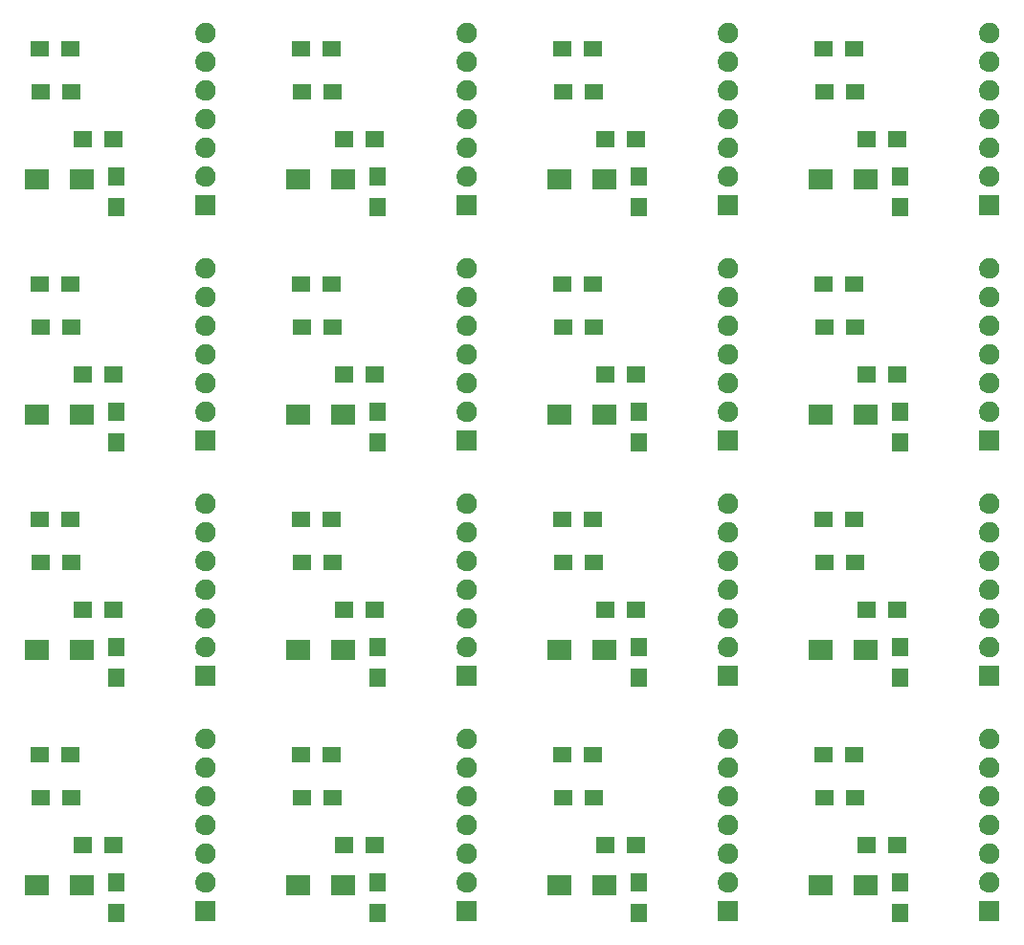
<source format=gbr>
G04 #@! TF.GenerationSoftware,KiCad,Pcbnew,5.1.6-c6e7f7d~86~ubuntu19.10.1*
G04 #@! TF.CreationDate,2021-03-24T16:57:24+01:00*
G04 #@! TF.ProjectId,ESP_12F,4553505f-3132-4462-9e6b-696361645f70,rev?*
G04 #@! TF.SameCoordinates,Original*
G04 #@! TF.FileFunction,Soldermask,Bot*
G04 #@! TF.FilePolarity,Negative*
%FSLAX46Y46*%
G04 Gerber Fmt 4.6, Leading zero omitted, Abs format (unit mm)*
G04 Created by KiCad (PCBNEW 5.1.6-c6e7f7d~86~ubuntu19.10.1) date 2021-03-24 16:57:24*
%MOMM*%
%LPD*%
G01*
G04 APERTURE LIST*
%ADD10C,0.100000*%
G04 APERTURE END LIST*
D10*
G36*
X245557000Y-136597000D02*
G01*
X244155000Y-136597000D01*
X244155000Y-134995000D01*
X245557000Y-134995000D01*
X245557000Y-136597000D01*
G37*
G36*
X176215000Y-136597000D02*
G01*
X174813000Y-136597000D01*
X174813000Y-134995000D01*
X176215000Y-134995000D01*
X176215000Y-136597000D01*
G37*
G36*
X199329000Y-136597000D02*
G01*
X197927000Y-136597000D01*
X197927000Y-134995000D01*
X199329000Y-134995000D01*
X199329000Y-136597000D01*
G37*
G36*
X222443000Y-136597000D02*
G01*
X221041000Y-136597000D01*
X221041000Y-134995000D01*
X222443000Y-134995000D01*
X222443000Y-136597000D01*
G37*
G36*
X253631000Y-136537000D02*
G01*
X251829000Y-136537000D01*
X251829000Y-134735000D01*
X253631000Y-134735000D01*
X253631000Y-136537000D01*
G37*
G36*
X230517000Y-136537000D02*
G01*
X228715000Y-136537000D01*
X228715000Y-134735000D01*
X230517000Y-134735000D01*
X230517000Y-136537000D01*
G37*
G36*
X207403000Y-136537000D02*
G01*
X205601000Y-136537000D01*
X205601000Y-134735000D01*
X207403000Y-134735000D01*
X207403000Y-136537000D01*
G37*
G36*
X184289000Y-136537000D02*
G01*
X182487000Y-136537000D01*
X182487000Y-134735000D01*
X184289000Y-134735000D01*
X184289000Y-136537000D01*
G37*
G36*
X169517000Y-134201000D02*
G01*
X167415000Y-134201000D01*
X167415000Y-132499000D01*
X169517000Y-132499000D01*
X169517000Y-134201000D01*
G37*
G36*
X238859000Y-134201000D02*
G01*
X236757000Y-134201000D01*
X236757000Y-132499000D01*
X238859000Y-132499000D01*
X238859000Y-134201000D01*
G37*
G36*
X215745000Y-134201000D02*
G01*
X213643000Y-134201000D01*
X213643000Y-132499000D01*
X215745000Y-132499000D01*
X215745000Y-134201000D01*
G37*
G36*
X242859000Y-134201000D02*
G01*
X240757000Y-134201000D01*
X240757000Y-132499000D01*
X242859000Y-132499000D01*
X242859000Y-134201000D01*
G37*
G36*
X192631000Y-134201000D02*
G01*
X190529000Y-134201000D01*
X190529000Y-132499000D01*
X192631000Y-132499000D01*
X192631000Y-134201000D01*
G37*
G36*
X196631000Y-134201000D02*
G01*
X194529000Y-134201000D01*
X194529000Y-132499000D01*
X196631000Y-132499000D01*
X196631000Y-134201000D01*
G37*
G36*
X219745000Y-134201000D02*
G01*
X217643000Y-134201000D01*
X217643000Y-132499000D01*
X219745000Y-132499000D01*
X219745000Y-134201000D01*
G37*
G36*
X173517000Y-134201000D02*
G01*
X171415000Y-134201000D01*
X171415000Y-132499000D01*
X173517000Y-132499000D01*
X173517000Y-134201000D01*
G37*
G36*
X229729512Y-132199927D02*
G01*
X229878812Y-132229624D01*
X230042784Y-132297544D01*
X230190354Y-132396147D01*
X230315853Y-132521646D01*
X230414456Y-132669216D01*
X230482376Y-132833188D01*
X230517000Y-133007259D01*
X230517000Y-133184741D01*
X230482376Y-133358812D01*
X230414456Y-133522784D01*
X230315853Y-133670354D01*
X230190354Y-133795853D01*
X230042784Y-133894456D01*
X229878812Y-133962376D01*
X229729512Y-133992073D01*
X229704742Y-133997000D01*
X229527258Y-133997000D01*
X229502488Y-133992073D01*
X229353188Y-133962376D01*
X229189216Y-133894456D01*
X229041646Y-133795853D01*
X228916147Y-133670354D01*
X228817544Y-133522784D01*
X228749624Y-133358812D01*
X228715000Y-133184741D01*
X228715000Y-133007259D01*
X228749624Y-132833188D01*
X228817544Y-132669216D01*
X228916147Y-132521646D01*
X229041646Y-132396147D01*
X229189216Y-132297544D01*
X229353188Y-132229624D01*
X229502488Y-132199927D01*
X229527258Y-132195000D01*
X229704742Y-132195000D01*
X229729512Y-132199927D01*
G37*
G36*
X206615512Y-132199927D02*
G01*
X206764812Y-132229624D01*
X206928784Y-132297544D01*
X207076354Y-132396147D01*
X207201853Y-132521646D01*
X207300456Y-132669216D01*
X207368376Y-132833188D01*
X207403000Y-133007259D01*
X207403000Y-133184741D01*
X207368376Y-133358812D01*
X207300456Y-133522784D01*
X207201853Y-133670354D01*
X207076354Y-133795853D01*
X206928784Y-133894456D01*
X206764812Y-133962376D01*
X206615512Y-133992073D01*
X206590742Y-133997000D01*
X206413258Y-133997000D01*
X206388488Y-133992073D01*
X206239188Y-133962376D01*
X206075216Y-133894456D01*
X205927646Y-133795853D01*
X205802147Y-133670354D01*
X205703544Y-133522784D01*
X205635624Y-133358812D01*
X205601000Y-133184741D01*
X205601000Y-133007259D01*
X205635624Y-132833188D01*
X205703544Y-132669216D01*
X205802147Y-132521646D01*
X205927646Y-132396147D01*
X206075216Y-132297544D01*
X206239188Y-132229624D01*
X206388488Y-132199927D01*
X206413258Y-132195000D01*
X206590742Y-132195000D01*
X206615512Y-132199927D01*
G37*
G36*
X183501512Y-132199927D02*
G01*
X183650812Y-132229624D01*
X183814784Y-132297544D01*
X183962354Y-132396147D01*
X184087853Y-132521646D01*
X184186456Y-132669216D01*
X184254376Y-132833188D01*
X184289000Y-133007259D01*
X184289000Y-133184741D01*
X184254376Y-133358812D01*
X184186456Y-133522784D01*
X184087853Y-133670354D01*
X183962354Y-133795853D01*
X183814784Y-133894456D01*
X183650812Y-133962376D01*
X183501512Y-133992073D01*
X183476742Y-133997000D01*
X183299258Y-133997000D01*
X183274488Y-133992073D01*
X183125188Y-133962376D01*
X182961216Y-133894456D01*
X182813646Y-133795853D01*
X182688147Y-133670354D01*
X182589544Y-133522784D01*
X182521624Y-133358812D01*
X182487000Y-133184741D01*
X182487000Y-133007259D01*
X182521624Y-132833188D01*
X182589544Y-132669216D01*
X182688147Y-132521646D01*
X182813646Y-132396147D01*
X182961216Y-132297544D01*
X183125188Y-132229624D01*
X183274488Y-132199927D01*
X183299258Y-132195000D01*
X183476742Y-132195000D01*
X183501512Y-132199927D01*
G37*
G36*
X252843512Y-132199927D02*
G01*
X252992812Y-132229624D01*
X253156784Y-132297544D01*
X253304354Y-132396147D01*
X253429853Y-132521646D01*
X253528456Y-132669216D01*
X253596376Y-132833188D01*
X253631000Y-133007259D01*
X253631000Y-133184741D01*
X253596376Y-133358812D01*
X253528456Y-133522784D01*
X253429853Y-133670354D01*
X253304354Y-133795853D01*
X253156784Y-133894456D01*
X252992812Y-133962376D01*
X252843512Y-133992073D01*
X252818742Y-133997000D01*
X252641258Y-133997000D01*
X252616488Y-133992073D01*
X252467188Y-133962376D01*
X252303216Y-133894456D01*
X252155646Y-133795853D01*
X252030147Y-133670354D01*
X251931544Y-133522784D01*
X251863624Y-133358812D01*
X251829000Y-133184741D01*
X251829000Y-133007259D01*
X251863624Y-132833188D01*
X251931544Y-132669216D01*
X252030147Y-132521646D01*
X252155646Y-132396147D01*
X252303216Y-132297544D01*
X252467188Y-132229624D01*
X252616488Y-132199927D01*
X252641258Y-132195000D01*
X252818742Y-132195000D01*
X252843512Y-132199927D01*
G37*
G36*
X176215000Y-133897000D02*
G01*
X174813000Y-133897000D01*
X174813000Y-132295000D01*
X176215000Y-132295000D01*
X176215000Y-133897000D01*
G37*
G36*
X222443000Y-133897000D02*
G01*
X221041000Y-133897000D01*
X221041000Y-132295000D01*
X222443000Y-132295000D01*
X222443000Y-133897000D01*
G37*
G36*
X199329000Y-133897000D02*
G01*
X197927000Y-133897000D01*
X197927000Y-132295000D01*
X199329000Y-132295000D01*
X199329000Y-133897000D01*
G37*
G36*
X245557000Y-133897000D02*
G01*
X244155000Y-133897000D01*
X244155000Y-132295000D01*
X245557000Y-132295000D01*
X245557000Y-133897000D01*
G37*
G36*
X252843512Y-129659927D02*
G01*
X252992812Y-129689624D01*
X253156784Y-129757544D01*
X253304354Y-129856147D01*
X253429853Y-129981646D01*
X253528456Y-130129216D01*
X253596376Y-130293188D01*
X253631000Y-130467259D01*
X253631000Y-130644741D01*
X253596376Y-130818812D01*
X253528456Y-130982784D01*
X253429853Y-131130354D01*
X253304354Y-131255853D01*
X253156784Y-131354456D01*
X252992812Y-131422376D01*
X252843512Y-131452073D01*
X252818742Y-131457000D01*
X252641258Y-131457000D01*
X252616488Y-131452073D01*
X252467188Y-131422376D01*
X252303216Y-131354456D01*
X252155646Y-131255853D01*
X252030147Y-131130354D01*
X251931544Y-130982784D01*
X251863624Y-130818812D01*
X251829000Y-130644741D01*
X251829000Y-130467259D01*
X251863624Y-130293188D01*
X251931544Y-130129216D01*
X252030147Y-129981646D01*
X252155646Y-129856147D01*
X252303216Y-129757544D01*
X252467188Y-129689624D01*
X252616488Y-129659927D01*
X252641258Y-129655000D01*
X252818742Y-129655000D01*
X252843512Y-129659927D01*
G37*
G36*
X183501512Y-129659927D02*
G01*
X183650812Y-129689624D01*
X183814784Y-129757544D01*
X183962354Y-129856147D01*
X184087853Y-129981646D01*
X184186456Y-130129216D01*
X184254376Y-130293188D01*
X184289000Y-130467259D01*
X184289000Y-130644741D01*
X184254376Y-130818812D01*
X184186456Y-130982784D01*
X184087853Y-131130354D01*
X183962354Y-131255853D01*
X183814784Y-131354456D01*
X183650812Y-131422376D01*
X183501512Y-131452073D01*
X183476742Y-131457000D01*
X183299258Y-131457000D01*
X183274488Y-131452073D01*
X183125188Y-131422376D01*
X182961216Y-131354456D01*
X182813646Y-131255853D01*
X182688147Y-131130354D01*
X182589544Y-130982784D01*
X182521624Y-130818812D01*
X182487000Y-130644741D01*
X182487000Y-130467259D01*
X182521624Y-130293188D01*
X182589544Y-130129216D01*
X182688147Y-129981646D01*
X182813646Y-129856147D01*
X182961216Y-129757544D01*
X183125188Y-129689624D01*
X183274488Y-129659927D01*
X183299258Y-129655000D01*
X183476742Y-129655000D01*
X183501512Y-129659927D01*
G37*
G36*
X206615512Y-129659927D02*
G01*
X206764812Y-129689624D01*
X206928784Y-129757544D01*
X207076354Y-129856147D01*
X207201853Y-129981646D01*
X207300456Y-130129216D01*
X207368376Y-130293188D01*
X207403000Y-130467259D01*
X207403000Y-130644741D01*
X207368376Y-130818812D01*
X207300456Y-130982784D01*
X207201853Y-131130354D01*
X207076354Y-131255853D01*
X206928784Y-131354456D01*
X206764812Y-131422376D01*
X206615512Y-131452073D01*
X206590742Y-131457000D01*
X206413258Y-131457000D01*
X206388488Y-131452073D01*
X206239188Y-131422376D01*
X206075216Y-131354456D01*
X205927646Y-131255853D01*
X205802147Y-131130354D01*
X205703544Y-130982784D01*
X205635624Y-130818812D01*
X205601000Y-130644741D01*
X205601000Y-130467259D01*
X205635624Y-130293188D01*
X205703544Y-130129216D01*
X205802147Y-129981646D01*
X205927646Y-129856147D01*
X206075216Y-129757544D01*
X206239188Y-129689624D01*
X206388488Y-129659927D01*
X206413258Y-129655000D01*
X206590742Y-129655000D01*
X206615512Y-129659927D01*
G37*
G36*
X229729512Y-129659927D02*
G01*
X229878812Y-129689624D01*
X230042784Y-129757544D01*
X230190354Y-129856147D01*
X230315853Y-129981646D01*
X230414456Y-130129216D01*
X230482376Y-130293188D01*
X230517000Y-130467259D01*
X230517000Y-130644741D01*
X230482376Y-130818812D01*
X230414456Y-130982784D01*
X230315853Y-131130354D01*
X230190354Y-131255853D01*
X230042784Y-131354456D01*
X229878812Y-131422376D01*
X229729512Y-131452073D01*
X229704742Y-131457000D01*
X229527258Y-131457000D01*
X229502488Y-131452073D01*
X229353188Y-131422376D01*
X229189216Y-131354456D01*
X229041646Y-131255853D01*
X228916147Y-131130354D01*
X228817544Y-130982784D01*
X228749624Y-130818812D01*
X228715000Y-130644741D01*
X228715000Y-130467259D01*
X228749624Y-130293188D01*
X228817544Y-130129216D01*
X228916147Y-129981646D01*
X229041646Y-129856147D01*
X229189216Y-129757544D01*
X229353188Y-129689624D01*
X229502488Y-129659927D01*
X229527258Y-129655000D01*
X229704742Y-129655000D01*
X229729512Y-129659927D01*
G37*
G36*
X196475000Y-130495000D02*
G01*
X194873000Y-130495000D01*
X194873000Y-129093000D01*
X196475000Y-129093000D01*
X196475000Y-130495000D01*
G37*
G36*
X199175000Y-130495000D02*
G01*
X197573000Y-130495000D01*
X197573000Y-129093000D01*
X199175000Y-129093000D01*
X199175000Y-130495000D01*
G37*
G36*
X222289000Y-130495000D02*
G01*
X220687000Y-130495000D01*
X220687000Y-129093000D01*
X222289000Y-129093000D01*
X222289000Y-130495000D01*
G37*
G36*
X173361000Y-130495000D02*
G01*
X171759000Y-130495000D01*
X171759000Y-129093000D01*
X173361000Y-129093000D01*
X173361000Y-130495000D01*
G37*
G36*
X219589000Y-130495000D02*
G01*
X217987000Y-130495000D01*
X217987000Y-129093000D01*
X219589000Y-129093000D01*
X219589000Y-130495000D01*
G37*
G36*
X245403000Y-130495000D02*
G01*
X243801000Y-130495000D01*
X243801000Y-129093000D01*
X245403000Y-129093000D01*
X245403000Y-130495000D01*
G37*
G36*
X176061000Y-130495000D02*
G01*
X174459000Y-130495000D01*
X174459000Y-129093000D01*
X176061000Y-129093000D01*
X176061000Y-130495000D01*
G37*
G36*
X242703000Y-130495000D02*
G01*
X241101000Y-130495000D01*
X241101000Y-129093000D01*
X242703000Y-129093000D01*
X242703000Y-130495000D01*
G37*
G36*
X252843512Y-127119927D02*
G01*
X252992812Y-127149624D01*
X253156784Y-127217544D01*
X253304354Y-127316147D01*
X253429853Y-127441646D01*
X253528456Y-127589216D01*
X253596376Y-127753188D01*
X253631000Y-127927259D01*
X253631000Y-128104741D01*
X253596376Y-128278812D01*
X253528456Y-128442784D01*
X253429853Y-128590354D01*
X253304354Y-128715853D01*
X253156784Y-128814456D01*
X252992812Y-128882376D01*
X252843512Y-128912073D01*
X252818742Y-128917000D01*
X252641258Y-128917000D01*
X252616488Y-128912073D01*
X252467188Y-128882376D01*
X252303216Y-128814456D01*
X252155646Y-128715853D01*
X252030147Y-128590354D01*
X251931544Y-128442784D01*
X251863624Y-128278812D01*
X251829000Y-128104741D01*
X251829000Y-127927259D01*
X251863624Y-127753188D01*
X251931544Y-127589216D01*
X252030147Y-127441646D01*
X252155646Y-127316147D01*
X252303216Y-127217544D01*
X252467188Y-127149624D01*
X252616488Y-127119927D01*
X252641258Y-127115000D01*
X252818742Y-127115000D01*
X252843512Y-127119927D01*
G37*
G36*
X206615512Y-127119927D02*
G01*
X206764812Y-127149624D01*
X206928784Y-127217544D01*
X207076354Y-127316147D01*
X207201853Y-127441646D01*
X207300456Y-127589216D01*
X207368376Y-127753188D01*
X207403000Y-127927259D01*
X207403000Y-128104741D01*
X207368376Y-128278812D01*
X207300456Y-128442784D01*
X207201853Y-128590354D01*
X207076354Y-128715853D01*
X206928784Y-128814456D01*
X206764812Y-128882376D01*
X206615512Y-128912073D01*
X206590742Y-128917000D01*
X206413258Y-128917000D01*
X206388488Y-128912073D01*
X206239188Y-128882376D01*
X206075216Y-128814456D01*
X205927646Y-128715853D01*
X205802147Y-128590354D01*
X205703544Y-128442784D01*
X205635624Y-128278812D01*
X205601000Y-128104741D01*
X205601000Y-127927259D01*
X205635624Y-127753188D01*
X205703544Y-127589216D01*
X205802147Y-127441646D01*
X205927646Y-127316147D01*
X206075216Y-127217544D01*
X206239188Y-127149624D01*
X206388488Y-127119927D01*
X206413258Y-127115000D01*
X206590742Y-127115000D01*
X206615512Y-127119927D01*
G37*
G36*
X229729512Y-127119927D02*
G01*
X229878812Y-127149624D01*
X230042784Y-127217544D01*
X230190354Y-127316147D01*
X230315853Y-127441646D01*
X230414456Y-127589216D01*
X230482376Y-127753188D01*
X230517000Y-127927259D01*
X230517000Y-128104741D01*
X230482376Y-128278812D01*
X230414456Y-128442784D01*
X230315853Y-128590354D01*
X230190354Y-128715853D01*
X230042784Y-128814456D01*
X229878812Y-128882376D01*
X229729512Y-128912073D01*
X229704742Y-128917000D01*
X229527258Y-128917000D01*
X229502488Y-128912073D01*
X229353188Y-128882376D01*
X229189216Y-128814456D01*
X229041646Y-128715853D01*
X228916147Y-128590354D01*
X228817544Y-128442784D01*
X228749624Y-128278812D01*
X228715000Y-128104741D01*
X228715000Y-127927259D01*
X228749624Y-127753188D01*
X228817544Y-127589216D01*
X228916147Y-127441646D01*
X229041646Y-127316147D01*
X229189216Y-127217544D01*
X229353188Y-127149624D01*
X229502488Y-127119927D01*
X229527258Y-127115000D01*
X229704742Y-127115000D01*
X229729512Y-127119927D01*
G37*
G36*
X183501512Y-127119927D02*
G01*
X183650812Y-127149624D01*
X183814784Y-127217544D01*
X183962354Y-127316147D01*
X184087853Y-127441646D01*
X184186456Y-127589216D01*
X184254376Y-127753188D01*
X184289000Y-127927259D01*
X184289000Y-128104741D01*
X184254376Y-128278812D01*
X184186456Y-128442784D01*
X184087853Y-128590354D01*
X183962354Y-128715853D01*
X183814784Y-128814456D01*
X183650812Y-128882376D01*
X183501512Y-128912073D01*
X183476742Y-128917000D01*
X183299258Y-128917000D01*
X183274488Y-128912073D01*
X183125188Y-128882376D01*
X182961216Y-128814456D01*
X182813646Y-128715853D01*
X182688147Y-128590354D01*
X182589544Y-128442784D01*
X182521624Y-128278812D01*
X182487000Y-128104741D01*
X182487000Y-127927259D01*
X182521624Y-127753188D01*
X182589544Y-127589216D01*
X182688147Y-127441646D01*
X182813646Y-127316147D01*
X182961216Y-127217544D01*
X183125188Y-127149624D01*
X183274488Y-127119927D01*
X183299258Y-127115000D01*
X183476742Y-127115000D01*
X183501512Y-127119927D01*
G37*
G36*
X183501512Y-124579927D02*
G01*
X183650812Y-124609624D01*
X183814784Y-124677544D01*
X183962354Y-124776147D01*
X184087853Y-124901646D01*
X184186456Y-125049216D01*
X184254376Y-125213188D01*
X184289000Y-125387259D01*
X184289000Y-125564741D01*
X184254376Y-125738812D01*
X184186456Y-125902784D01*
X184087853Y-126050354D01*
X183962354Y-126175853D01*
X183814784Y-126274456D01*
X183650812Y-126342376D01*
X183501512Y-126372073D01*
X183476742Y-126377000D01*
X183299258Y-126377000D01*
X183274488Y-126372073D01*
X183125188Y-126342376D01*
X182961216Y-126274456D01*
X182813646Y-126175853D01*
X182688147Y-126050354D01*
X182589544Y-125902784D01*
X182521624Y-125738812D01*
X182487000Y-125564741D01*
X182487000Y-125387259D01*
X182521624Y-125213188D01*
X182589544Y-125049216D01*
X182688147Y-124901646D01*
X182813646Y-124776147D01*
X182961216Y-124677544D01*
X183125188Y-124609624D01*
X183274488Y-124579927D01*
X183299258Y-124575000D01*
X183476742Y-124575000D01*
X183501512Y-124579927D01*
G37*
G36*
X206615512Y-124579927D02*
G01*
X206764812Y-124609624D01*
X206928784Y-124677544D01*
X207076354Y-124776147D01*
X207201853Y-124901646D01*
X207300456Y-125049216D01*
X207368376Y-125213188D01*
X207403000Y-125387259D01*
X207403000Y-125564741D01*
X207368376Y-125738812D01*
X207300456Y-125902784D01*
X207201853Y-126050354D01*
X207076354Y-126175853D01*
X206928784Y-126274456D01*
X206764812Y-126342376D01*
X206615512Y-126372073D01*
X206590742Y-126377000D01*
X206413258Y-126377000D01*
X206388488Y-126372073D01*
X206239188Y-126342376D01*
X206075216Y-126274456D01*
X205927646Y-126175853D01*
X205802147Y-126050354D01*
X205703544Y-125902784D01*
X205635624Y-125738812D01*
X205601000Y-125564741D01*
X205601000Y-125387259D01*
X205635624Y-125213188D01*
X205703544Y-125049216D01*
X205802147Y-124901646D01*
X205927646Y-124776147D01*
X206075216Y-124677544D01*
X206239188Y-124609624D01*
X206388488Y-124579927D01*
X206413258Y-124575000D01*
X206590742Y-124575000D01*
X206615512Y-124579927D01*
G37*
G36*
X252843512Y-124579927D02*
G01*
X252992812Y-124609624D01*
X253156784Y-124677544D01*
X253304354Y-124776147D01*
X253429853Y-124901646D01*
X253528456Y-125049216D01*
X253596376Y-125213188D01*
X253631000Y-125387259D01*
X253631000Y-125564741D01*
X253596376Y-125738812D01*
X253528456Y-125902784D01*
X253429853Y-126050354D01*
X253304354Y-126175853D01*
X253156784Y-126274456D01*
X252992812Y-126342376D01*
X252843512Y-126372073D01*
X252818742Y-126377000D01*
X252641258Y-126377000D01*
X252616488Y-126372073D01*
X252467188Y-126342376D01*
X252303216Y-126274456D01*
X252155646Y-126175853D01*
X252030147Y-126050354D01*
X251931544Y-125902784D01*
X251863624Y-125738812D01*
X251829000Y-125564741D01*
X251829000Y-125387259D01*
X251863624Y-125213188D01*
X251931544Y-125049216D01*
X252030147Y-124901646D01*
X252155646Y-124776147D01*
X252303216Y-124677544D01*
X252467188Y-124609624D01*
X252616488Y-124579927D01*
X252641258Y-124575000D01*
X252818742Y-124575000D01*
X252843512Y-124579927D01*
G37*
G36*
X229729512Y-124579927D02*
G01*
X229878812Y-124609624D01*
X230042784Y-124677544D01*
X230190354Y-124776147D01*
X230315853Y-124901646D01*
X230414456Y-125049216D01*
X230482376Y-125213188D01*
X230517000Y-125387259D01*
X230517000Y-125564741D01*
X230482376Y-125738812D01*
X230414456Y-125902784D01*
X230315853Y-126050354D01*
X230190354Y-126175853D01*
X230042784Y-126274456D01*
X229878812Y-126342376D01*
X229729512Y-126372073D01*
X229704742Y-126377000D01*
X229527258Y-126377000D01*
X229502488Y-126372073D01*
X229353188Y-126342376D01*
X229189216Y-126274456D01*
X229041646Y-126175853D01*
X228916147Y-126050354D01*
X228817544Y-125902784D01*
X228749624Y-125738812D01*
X228715000Y-125564741D01*
X228715000Y-125387259D01*
X228749624Y-125213188D01*
X228817544Y-125049216D01*
X228916147Y-124901646D01*
X229041646Y-124776147D01*
X229189216Y-124677544D01*
X229353188Y-124609624D01*
X229502488Y-124579927D01*
X229527258Y-124575000D01*
X229704742Y-124575000D01*
X229729512Y-124579927D01*
G37*
G36*
X218559000Y-126304000D02*
G01*
X216957000Y-126304000D01*
X216957000Y-124902000D01*
X218559000Y-124902000D01*
X218559000Y-126304000D01*
G37*
G36*
X215859000Y-126304000D02*
G01*
X214257000Y-126304000D01*
X214257000Y-124902000D01*
X215859000Y-124902000D01*
X215859000Y-126304000D01*
G37*
G36*
X195445000Y-126304000D02*
G01*
X193843000Y-126304000D01*
X193843000Y-124902000D01*
X195445000Y-124902000D01*
X195445000Y-126304000D01*
G37*
G36*
X241673000Y-126304000D02*
G01*
X240071000Y-126304000D01*
X240071000Y-124902000D01*
X241673000Y-124902000D01*
X241673000Y-126304000D01*
G37*
G36*
X172331000Y-126304000D02*
G01*
X170729000Y-126304000D01*
X170729000Y-124902000D01*
X172331000Y-124902000D01*
X172331000Y-126304000D01*
G37*
G36*
X169631000Y-126304000D02*
G01*
X168029000Y-126304000D01*
X168029000Y-124902000D01*
X169631000Y-124902000D01*
X169631000Y-126304000D01*
G37*
G36*
X238973000Y-126304000D02*
G01*
X237371000Y-126304000D01*
X237371000Y-124902000D01*
X238973000Y-124902000D01*
X238973000Y-126304000D01*
G37*
G36*
X192745000Y-126304000D02*
G01*
X191143000Y-126304000D01*
X191143000Y-124902000D01*
X192745000Y-124902000D01*
X192745000Y-126304000D01*
G37*
G36*
X229729512Y-122039927D02*
G01*
X229878812Y-122069624D01*
X230042784Y-122137544D01*
X230190354Y-122236147D01*
X230315853Y-122361646D01*
X230414456Y-122509216D01*
X230482376Y-122673188D01*
X230517000Y-122847259D01*
X230517000Y-123024741D01*
X230482376Y-123198812D01*
X230414456Y-123362784D01*
X230315853Y-123510354D01*
X230190354Y-123635853D01*
X230042784Y-123734456D01*
X229878812Y-123802376D01*
X229729512Y-123832073D01*
X229704742Y-123837000D01*
X229527258Y-123837000D01*
X229502488Y-123832073D01*
X229353188Y-123802376D01*
X229189216Y-123734456D01*
X229041646Y-123635853D01*
X228916147Y-123510354D01*
X228817544Y-123362784D01*
X228749624Y-123198812D01*
X228715000Y-123024741D01*
X228715000Y-122847259D01*
X228749624Y-122673188D01*
X228817544Y-122509216D01*
X228916147Y-122361646D01*
X229041646Y-122236147D01*
X229189216Y-122137544D01*
X229353188Y-122069624D01*
X229502488Y-122039927D01*
X229527258Y-122035000D01*
X229704742Y-122035000D01*
X229729512Y-122039927D01*
G37*
G36*
X252843512Y-122039927D02*
G01*
X252992812Y-122069624D01*
X253156784Y-122137544D01*
X253304354Y-122236147D01*
X253429853Y-122361646D01*
X253528456Y-122509216D01*
X253596376Y-122673188D01*
X253631000Y-122847259D01*
X253631000Y-123024741D01*
X253596376Y-123198812D01*
X253528456Y-123362784D01*
X253429853Y-123510354D01*
X253304354Y-123635853D01*
X253156784Y-123734456D01*
X252992812Y-123802376D01*
X252843512Y-123832073D01*
X252818742Y-123837000D01*
X252641258Y-123837000D01*
X252616488Y-123832073D01*
X252467188Y-123802376D01*
X252303216Y-123734456D01*
X252155646Y-123635853D01*
X252030147Y-123510354D01*
X251931544Y-123362784D01*
X251863624Y-123198812D01*
X251829000Y-123024741D01*
X251829000Y-122847259D01*
X251863624Y-122673188D01*
X251931544Y-122509216D01*
X252030147Y-122361646D01*
X252155646Y-122236147D01*
X252303216Y-122137544D01*
X252467188Y-122069624D01*
X252616488Y-122039927D01*
X252641258Y-122035000D01*
X252818742Y-122035000D01*
X252843512Y-122039927D01*
G37*
G36*
X206615512Y-122039927D02*
G01*
X206764812Y-122069624D01*
X206928784Y-122137544D01*
X207076354Y-122236147D01*
X207201853Y-122361646D01*
X207300456Y-122509216D01*
X207368376Y-122673188D01*
X207403000Y-122847259D01*
X207403000Y-123024741D01*
X207368376Y-123198812D01*
X207300456Y-123362784D01*
X207201853Y-123510354D01*
X207076354Y-123635853D01*
X206928784Y-123734456D01*
X206764812Y-123802376D01*
X206615512Y-123832073D01*
X206590742Y-123837000D01*
X206413258Y-123837000D01*
X206388488Y-123832073D01*
X206239188Y-123802376D01*
X206075216Y-123734456D01*
X205927646Y-123635853D01*
X205802147Y-123510354D01*
X205703544Y-123362784D01*
X205635624Y-123198812D01*
X205601000Y-123024741D01*
X205601000Y-122847259D01*
X205635624Y-122673188D01*
X205703544Y-122509216D01*
X205802147Y-122361646D01*
X205927646Y-122236147D01*
X206075216Y-122137544D01*
X206239188Y-122069624D01*
X206388488Y-122039927D01*
X206413258Y-122035000D01*
X206590742Y-122035000D01*
X206615512Y-122039927D01*
G37*
G36*
X183501512Y-122039927D02*
G01*
X183650812Y-122069624D01*
X183814784Y-122137544D01*
X183962354Y-122236147D01*
X184087853Y-122361646D01*
X184186456Y-122509216D01*
X184254376Y-122673188D01*
X184289000Y-122847259D01*
X184289000Y-123024741D01*
X184254376Y-123198812D01*
X184186456Y-123362784D01*
X184087853Y-123510354D01*
X183962354Y-123635853D01*
X183814784Y-123734456D01*
X183650812Y-123802376D01*
X183501512Y-123832073D01*
X183476742Y-123837000D01*
X183299258Y-123837000D01*
X183274488Y-123832073D01*
X183125188Y-123802376D01*
X182961216Y-123734456D01*
X182813646Y-123635853D01*
X182688147Y-123510354D01*
X182589544Y-123362784D01*
X182521624Y-123198812D01*
X182487000Y-123024741D01*
X182487000Y-122847259D01*
X182521624Y-122673188D01*
X182589544Y-122509216D01*
X182688147Y-122361646D01*
X182813646Y-122236147D01*
X182961216Y-122137544D01*
X183125188Y-122069624D01*
X183274488Y-122039927D01*
X183299258Y-122035000D01*
X183476742Y-122035000D01*
X183501512Y-122039927D01*
G37*
G36*
X169551000Y-122494000D02*
G01*
X167949000Y-122494000D01*
X167949000Y-121092000D01*
X169551000Y-121092000D01*
X169551000Y-122494000D01*
G37*
G36*
X238893000Y-122494000D02*
G01*
X237291000Y-122494000D01*
X237291000Y-121092000D01*
X238893000Y-121092000D01*
X238893000Y-122494000D01*
G37*
G36*
X241593000Y-122494000D02*
G01*
X239991000Y-122494000D01*
X239991000Y-121092000D01*
X241593000Y-121092000D01*
X241593000Y-122494000D01*
G37*
G36*
X192665000Y-122494000D02*
G01*
X191063000Y-122494000D01*
X191063000Y-121092000D01*
X192665000Y-121092000D01*
X192665000Y-122494000D01*
G37*
G36*
X172251000Y-122494000D02*
G01*
X170649000Y-122494000D01*
X170649000Y-121092000D01*
X172251000Y-121092000D01*
X172251000Y-122494000D01*
G37*
G36*
X215779000Y-122494000D02*
G01*
X214177000Y-122494000D01*
X214177000Y-121092000D01*
X215779000Y-121092000D01*
X215779000Y-122494000D01*
G37*
G36*
X218479000Y-122494000D02*
G01*
X216877000Y-122494000D01*
X216877000Y-121092000D01*
X218479000Y-121092000D01*
X218479000Y-122494000D01*
G37*
G36*
X195365000Y-122494000D02*
G01*
X193763000Y-122494000D01*
X193763000Y-121092000D01*
X195365000Y-121092000D01*
X195365000Y-122494000D01*
G37*
G36*
X252843512Y-119499927D02*
G01*
X252992812Y-119529624D01*
X253156784Y-119597544D01*
X253304354Y-119696147D01*
X253429853Y-119821646D01*
X253528456Y-119969216D01*
X253596376Y-120133188D01*
X253631000Y-120307259D01*
X253631000Y-120484741D01*
X253596376Y-120658812D01*
X253528456Y-120822784D01*
X253429853Y-120970354D01*
X253304354Y-121095853D01*
X253156784Y-121194456D01*
X252992812Y-121262376D01*
X252843512Y-121292073D01*
X252818742Y-121297000D01*
X252641258Y-121297000D01*
X252616488Y-121292073D01*
X252467188Y-121262376D01*
X252303216Y-121194456D01*
X252155646Y-121095853D01*
X252030147Y-120970354D01*
X251931544Y-120822784D01*
X251863624Y-120658812D01*
X251829000Y-120484741D01*
X251829000Y-120307259D01*
X251863624Y-120133188D01*
X251931544Y-119969216D01*
X252030147Y-119821646D01*
X252155646Y-119696147D01*
X252303216Y-119597544D01*
X252467188Y-119529624D01*
X252616488Y-119499927D01*
X252641258Y-119495000D01*
X252818742Y-119495000D01*
X252843512Y-119499927D01*
G37*
G36*
X206615512Y-119499927D02*
G01*
X206764812Y-119529624D01*
X206928784Y-119597544D01*
X207076354Y-119696147D01*
X207201853Y-119821646D01*
X207300456Y-119969216D01*
X207368376Y-120133188D01*
X207403000Y-120307259D01*
X207403000Y-120484741D01*
X207368376Y-120658812D01*
X207300456Y-120822784D01*
X207201853Y-120970354D01*
X207076354Y-121095853D01*
X206928784Y-121194456D01*
X206764812Y-121262376D01*
X206615512Y-121292073D01*
X206590742Y-121297000D01*
X206413258Y-121297000D01*
X206388488Y-121292073D01*
X206239188Y-121262376D01*
X206075216Y-121194456D01*
X205927646Y-121095853D01*
X205802147Y-120970354D01*
X205703544Y-120822784D01*
X205635624Y-120658812D01*
X205601000Y-120484741D01*
X205601000Y-120307259D01*
X205635624Y-120133188D01*
X205703544Y-119969216D01*
X205802147Y-119821646D01*
X205927646Y-119696147D01*
X206075216Y-119597544D01*
X206239188Y-119529624D01*
X206388488Y-119499927D01*
X206413258Y-119495000D01*
X206590742Y-119495000D01*
X206615512Y-119499927D01*
G37*
G36*
X183501512Y-119499927D02*
G01*
X183650812Y-119529624D01*
X183814784Y-119597544D01*
X183962354Y-119696147D01*
X184087853Y-119821646D01*
X184186456Y-119969216D01*
X184254376Y-120133188D01*
X184289000Y-120307259D01*
X184289000Y-120484741D01*
X184254376Y-120658812D01*
X184186456Y-120822784D01*
X184087853Y-120970354D01*
X183962354Y-121095853D01*
X183814784Y-121194456D01*
X183650812Y-121262376D01*
X183501512Y-121292073D01*
X183476742Y-121297000D01*
X183299258Y-121297000D01*
X183274488Y-121292073D01*
X183125188Y-121262376D01*
X182961216Y-121194456D01*
X182813646Y-121095853D01*
X182688147Y-120970354D01*
X182589544Y-120822784D01*
X182521624Y-120658812D01*
X182487000Y-120484741D01*
X182487000Y-120307259D01*
X182521624Y-120133188D01*
X182589544Y-119969216D01*
X182688147Y-119821646D01*
X182813646Y-119696147D01*
X182961216Y-119597544D01*
X183125188Y-119529624D01*
X183274488Y-119499927D01*
X183299258Y-119495000D01*
X183476742Y-119495000D01*
X183501512Y-119499927D01*
G37*
G36*
X229729512Y-119499927D02*
G01*
X229878812Y-119529624D01*
X230042784Y-119597544D01*
X230190354Y-119696147D01*
X230315853Y-119821646D01*
X230414456Y-119969216D01*
X230482376Y-120133188D01*
X230517000Y-120307259D01*
X230517000Y-120484741D01*
X230482376Y-120658812D01*
X230414456Y-120822784D01*
X230315853Y-120970354D01*
X230190354Y-121095853D01*
X230042784Y-121194456D01*
X229878812Y-121262376D01*
X229729512Y-121292073D01*
X229704742Y-121297000D01*
X229527258Y-121297000D01*
X229502488Y-121292073D01*
X229353188Y-121262376D01*
X229189216Y-121194456D01*
X229041646Y-121095853D01*
X228916147Y-120970354D01*
X228817544Y-120822784D01*
X228749624Y-120658812D01*
X228715000Y-120484741D01*
X228715000Y-120307259D01*
X228749624Y-120133188D01*
X228817544Y-119969216D01*
X228916147Y-119821646D01*
X229041646Y-119696147D01*
X229189216Y-119597544D01*
X229353188Y-119529624D01*
X229502488Y-119499927D01*
X229527258Y-119495000D01*
X229704742Y-119495000D01*
X229729512Y-119499927D01*
G37*
G36*
X176215000Y-115769000D02*
G01*
X174813000Y-115769000D01*
X174813000Y-114167000D01*
X176215000Y-114167000D01*
X176215000Y-115769000D01*
G37*
G36*
X222443000Y-115769000D02*
G01*
X221041000Y-115769000D01*
X221041000Y-114167000D01*
X222443000Y-114167000D01*
X222443000Y-115769000D01*
G37*
G36*
X245557000Y-115769000D02*
G01*
X244155000Y-115769000D01*
X244155000Y-114167000D01*
X245557000Y-114167000D01*
X245557000Y-115769000D01*
G37*
G36*
X199329000Y-115769000D02*
G01*
X197927000Y-115769000D01*
X197927000Y-114167000D01*
X199329000Y-114167000D01*
X199329000Y-115769000D01*
G37*
G36*
X253631000Y-115709000D02*
G01*
X251829000Y-115709000D01*
X251829000Y-113907000D01*
X253631000Y-113907000D01*
X253631000Y-115709000D01*
G37*
G36*
X230517000Y-115709000D02*
G01*
X228715000Y-115709000D01*
X228715000Y-113907000D01*
X230517000Y-113907000D01*
X230517000Y-115709000D01*
G37*
G36*
X207403000Y-115709000D02*
G01*
X205601000Y-115709000D01*
X205601000Y-113907000D01*
X207403000Y-113907000D01*
X207403000Y-115709000D01*
G37*
G36*
X184289000Y-115709000D02*
G01*
X182487000Y-115709000D01*
X182487000Y-113907000D01*
X184289000Y-113907000D01*
X184289000Y-115709000D01*
G37*
G36*
X169517000Y-113373000D02*
G01*
X167415000Y-113373000D01*
X167415000Y-111671000D01*
X169517000Y-111671000D01*
X169517000Y-113373000D01*
G37*
G36*
X242859000Y-113373000D02*
G01*
X240757000Y-113373000D01*
X240757000Y-111671000D01*
X242859000Y-111671000D01*
X242859000Y-113373000D01*
G37*
G36*
X173517000Y-113373000D02*
G01*
X171415000Y-113373000D01*
X171415000Y-111671000D01*
X173517000Y-111671000D01*
X173517000Y-113373000D01*
G37*
G36*
X238859000Y-113373000D02*
G01*
X236757000Y-113373000D01*
X236757000Y-111671000D01*
X238859000Y-111671000D01*
X238859000Y-113373000D01*
G37*
G36*
X192631000Y-113373000D02*
G01*
X190529000Y-113373000D01*
X190529000Y-111671000D01*
X192631000Y-111671000D01*
X192631000Y-113373000D01*
G37*
G36*
X219745000Y-113373000D02*
G01*
X217643000Y-113373000D01*
X217643000Y-111671000D01*
X219745000Y-111671000D01*
X219745000Y-113373000D01*
G37*
G36*
X215745000Y-113373000D02*
G01*
X213643000Y-113373000D01*
X213643000Y-111671000D01*
X215745000Y-111671000D01*
X215745000Y-113373000D01*
G37*
G36*
X196631000Y-113373000D02*
G01*
X194529000Y-113373000D01*
X194529000Y-111671000D01*
X196631000Y-111671000D01*
X196631000Y-113373000D01*
G37*
G36*
X229729512Y-111371927D02*
G01*
X229878812Y-111401624D01*
X230042784Y-111469544D01*
X230190354Y-111568147D01*
X230315853Y-111693646D01*
X230414456Y-111841216D01*
X230482376Y-112005188D01*
X230517000Y-112179259D01*
X230517000Y-112356741D01*
X230482376Y-112530812D01*
X230414456Y-112694784D01*
X230315853Y-112842354D01*
X230190354Y-112967853D01*
X230042784Y-113066456D01*
X229878812Y-113134376D01*
X229729512Y-113164073D01*
X229704742Y-113169000D01*
X229527258Y-113169000D01*
X229502488Y-113164073D01*
X229353188Y-113134376D01*
X229189216Y-113066456D01*
X229041646Y-112967853D01*
X228916147Y-112842354D01*
X228817544Y-112694784D01*
X228749624Y-112530812D01*
X228715000Y-112356741D01*
X228715000Y-112179259D01*
X228749624Y-112005188D01*
X228817544Y-111841216D01*
X228916147Y-111693646D01*
X229041646Y-111568147D01*
X229189216Y-111469544D01*
X229353188Y-111401624D01*
X229502488Y-111371927D01*
X229527258Y-111367000D01*
X229704742Y-111367000D01*
X229729512Y-111371927D01*
G37*
G36*
X252843512Y-111371927D02*
G01*
X252992812Y-111401624D01*
X253156784Y-111469544D01*
X253304354Y-111568147D01*
X253429853Y-111693646D01*
X253528456Y-111841216D01*
X253596376Y-112005188D01*
X253631000Y-112179259D01*
X253631000Y-112356741D01*
X253596376Y-112530812D01*
X253528456Y-112694784D01*
X253429853Y-112842354D01*
X253304354Y-112967853D01*
X253156784Y-113066456D01*
X252992812Y-113134376D01*
X252843512Y-113164073D01*
X252818742Y-113169000D01*
X252641258Y-113169000D01*
X252616488Y-113164073D01*
X252467188Y-113134376D01*
X252303216Y-113066456D01*
X252155646Y-112967853D01*
X252030147Y-112842354D01*
X251931544Y-112694784D01*
X251863624Y-112530812D01*
X251829000Y-112356741D01*
X251829000Y-112179259D01*
X251863624Y-112005188D01*
X251931544Y-111841216D01*
X252030147Y-111693646D01*
X252155646Y-111568147D01*
X252303216Y-111469544D01*
X252467188Y-111401624D01*
X252616488Y-111371927D01*
X252641258Y-111367000D01*
X252818742Y-111367000D01*
X252843512Y-111371927D01*
G37*
G36*
X183501512Y-111371927D02*
G01*
X183650812Y-111401624D01*
X183814784Y-111469544D01*
X183962354Y-111568147D01*
X184087853Y-111693646D01*
X184186456Y-111841216D01*
X184254376Y-112005188D01*
X184289000Y-112179259D01*
X184289000Y-112356741D01*
X184254376Y-112530812D01*
X184186456Y-112694784D01*
X184087853Y-112842354D01*
X183962354Y-112967853D01*
X183814784Y-113066456D01*
X183650812Y-113134376D01*
X183501512Y-113164073D01*
X183476742Y-113169000D01*
X183299258Y-113169000D01*
X183274488Y-113164073D01*
X183125188Y-113134376D01*
X182961216Y-113066456D01*
X182813646Y-112967853D01*
X182688147Y-112842354D01*
X182589544Y-112694784D01*
X182521624Y-112530812D01*
X182487000Y-112356741D01*
X182487000Y-112179259D01*
X182521624Y-112005188D01*
X182589544Y-111841216D01*
X182688147Y-111693646D01*
X182813646Y-111568147D01*
X182961216Y-111469544D01*
X183125188Y-111401624D01*
X183274488Y-111371927D01*
X183299258Y-111367000D01*
X183476742Y-111367000D01*
X183501512Y-111371927D01*
G37*
G36*
X206615512Y-111371927D02*
G01*
X206764812Y-111401624D01*
X206928784Y-111469544D01*
X207076354Y-111568147D01*
X207201853Y-111693646D01*
X207300456Y-111841216D01*
X207368376Y-112005188D01*
X207403000Y-112179259D01*
X207403000Y-112356741D01*
X207368376Y-112530812D01*
X207300456Y-112694784D01*
X207201853Y-112842354D01*
X207076354Y-112967853D01*
X206928784Y-113066456D01*
X206764812Y-113134376D01*
X206615512Y-113164073D01*
X206590742Y-113169000D01*
X206413258Y-113169000D01*
X206388488Y-113164073D01*
X206239188Y-113134376D01*
X206075216Y-113066456D01*
X205927646Y-112967853D01*
X205802147Y-112842354D01*
X205703544Y-112694784D01*
X205635624Y-112530812D01*
X205601000Y-112356741D01*
X205601000Y-112179259D01*
X205635624Y-112005188D01*
X205703544Y-111841216D01*
X205802147Y-111693646D01*
X205927646Y-111568147D01*
X206075216Y-111469544D01*
X206239188Y-111401624D01*
X206388488Y-111371927D01*
X206413258Y-111367000D01*
X206590742Y-111367000D01*
X206615512Y-111371927D01*
G37*
G36*
X222443000Y-113069000D02*
G01*
X221041000Y-113069000D01*
X221041000Y-111467000D01*
X222443000Y-111467000D01*
X222443000Y-113069000D01*
G37*
G36*
X245557000Y-113069000D02*
G01*
X244155000Y-113069000D01*
X244155000Y-111467000D01*
X245557000Y-111467000D01*
X245557000Y-113069000D01*
G37*
G36*
X199329000Y-113069000D02*
G01*
X197927000Y-113069000D01*
X197927000Y-111467000D01*
X199329000Y-111467000D01*
X199329000Y-113069000D01*
G37*
G36*
X176215000Y-113069000D02*
G01*
X174813000Y-113069000D01*
X174813000Y-111467000D01*
X176215000Y-111467000D01*
X176215000Y-113069000D01*
G37*
G36*
X252843512Y-108831927D02*
G01*
X252992812Y-108861624D01*
X253156784Y-108929544D01*
X253304354Y-109028147D01*
X253429853Y-109153646D01*
X253528456Y-109301216D01*
X253596376Y-109465188D01*
X253631000Y-109639259D01*
X253631000Y-109816741D01*
X253596376Y-109990812D01*
X253528456Y-110154784D01*
X253429853Y-110302354D01*
X253304354Y-110427853D01*
X253156784Y-110526456D01*
X252992812Y-110594376D01*
X252843512Y-110624073D01*
X252818742Y-110629000D01*
X252641258Y-110629000D01*
X252616488Y-110624073D01*
X252467188Y-110594376D01*
X252303216Y-110526456D01*
X252155646Y-110427853D01*
X252030147Y-110302354D01*
X251931544Y-110154784D01*
X251863624Y-109990812D01*
X251829000Y-109816741D01*
X251829000Y-109639259D01*
X251863624Y-109465188D01*
X251931544Y-109301216D01*
X252030147Y-109153646D01*
X252155646Y-109028147D01*
X252303216Y-108929544D01*
X252467188Y-108861624D01*
X252616488Y-108831927D01*
X252641258Y-108827000D01*
X252818742Y-108827000D01*
X252843512Y-108831927D01*
G37*
G36*
X229729512Y-108831927D02*
G01*
X229878812Y-108861624D01*
X230042784Y-108929544D01*
X230190354Y-109028147D01*
X230315853Y-109153646D01*
X230414456Y-109301216D01*
X230482376Y-109465188D01*
X230517000Y-109639259D01*
X230517000Y-109816741D01*
X230482376Y-109990812D01*
X230414456Y-110154784D01*
X230315853Y-110302354D01*
X230190354Y-110427853D01*
X230042784Y-110526456D01*
X229878812Y-110594376D01*
X229729512Y-110624073D01*
X229704742Y-110629000D01*
X229527258Y-110629000D01*
X229502488Y-110624073D01*
X229353188Y-110594376D01*
X229189216Y-110526456D01*
X229041646Y-110427853D01*
X228916147Y-110302354D01*
X228817544Y-110154784D01*
X228749624Y-109990812D01*
X228715000Y-109816741D01*
X228715000Y-109639259D01*
X228749624Y-109465188D01*
X228817544Y-109301216D01*
X228916147Y-109153646D01*
X229041646Y-109028147D01*
X229189216Y-108929544D01*
X229353188Y-108861624D01*
X229502488Y-108831927D01*
X229527258Y-108827000D01*
X229704742Y-108827000D01*
X229729512Y-108831927D01*
G37*
G36*
X206615512Y-108831927D02*
G01*
X206764812Y-108861624D01*
X206928784Y-108929544D01*
X207076354Y-109028147D01*
X207201853Y-109153646D01*
X207300456Y-109301216D01*
X207368376Y-109465188D01*
X207403000Y-109639259D01*
X207403000Y-109816741D01*
X207368376Y-109990812D01*
X207300456Y-110154784D01*
X207201853Y-110302354D01*
X207076354Y-110427853D01*
X206928784Y-110526456D01*
X206764812Y-110594376D01*
X206615512Y-110624073D01*
X206590742Y-110629000D01*
X206413258Y-110629000D01*
X206388488Y-110624073D01*
X206239188Y-110594376D01*
X206075216Y-110526456D01*
X205927646Y-110427853D01*
X205802147Y-110302354D01*
X205703544Y-110154784D01*
X205635624Y-109990812D01*
X205601000Y-109816741D01*
X205601000Y-109639259D01*
X205635624Y-109465188D01*
X205703544Y-109301216D01*
X205802147Y-109153646D01*
X205927646Y-109028147D01*
X206075216Y-108929544D01*
X206239188Y-108861624D01*
X206388488Y-108831927D01*
X206413258Y-108827000D01*
X206590742Y-108827000D01*
X206615512Y-108831927D01*
G37*
G36*
X183501512Y-108831927D02*
G01*
X183650812Y-108861624D01*
X183814784Y-108929544D01*
X183962354Y-109028147D01*
X184087853Y-109153646D01*
X184186456Y-109301216D01*
X184254376Y-109465188D01*
X184289000Y-109639259D01*
X184289000Y-109816741D01*
X184254376Y-109990812D01*
X184186456Y-110154784D01*
X184087853Y-110302354D01*
X183962354Y-110427853D01*
X183814784Y-110526456D01*
X183650812Y-110594376D01*
X183501512Y-110624073D01*
X183476742Y-110629000D01*
X183299258Y-110629000D01*
X183274488Y-110624073D01*
X183125188Y-110594376D01*
X182961216Y-110526456D01*
X182813646Y-110427853D01*
X182688147Y-110302354D01*
X182589544Y-110154784D01*
X182521624Y-109990812D01*
X182487000Y-109816741D01*
X182487000Y-109639259D01*
X182521624Y-109465188D01*
X182589544Y-109301216D01*
X182688147Y-109153646D01*
X182813646Y-109028147D01*
X182961216Y-108929544D01*
X183125188Y-108861624D01*
X183274488Y-108831927D01*
X183299258Y-108827000D01*
X183476742Y-108827000D01*
X183501512Y-108831927D01*
G37*
G36*
X245403000Y-109667000D02*
G01*
X243801000Y-109667000D01*
X243801000Y-108265000D01*
X245403000Y-108265000D01*
X245403000Y-109667000D01*
G37*
G36*
X196475000Y-109667000D02*
G01*
X194873000Y-109667000D01*
X194873000Y-108265000D01*
X196475000Y-108265000D01*
X196475000Y-109667000D01*
G37*
G36*
X242703000Y-109667000D02*
G01*
X241101000Y-109667000D01*
X241101000Y-108265000D01*
X242703000Y-108265000D01*
X242703000Y-109667000D01*
G37*
G36*
X222289000Y-109667000D02*
G01*
X220687000Y-109667000D01*
X220687000Y-108265000D01*
X222289000Y-108265000D01*
X222289000Y-109667000D01*
G37*
G36*
X173361000Y-109667000D02*
G01*
X171759000Y-109667000D01*
X171759000Y-108265000D01*
X173361000Y-108265000D01*
X173361000Y-109667000D01*
G37*
G36*
X219589000Y-109667000D02*
G01*
X217987000Y-109667000D01*
X217987000Y-108265000D01*
X219589000Y-108265000D01*
X219589000Y-109667000D01*
G37*
G36*
X199175000Y-109667000D02*
G01*
X197573000Y-109667000D01*
X197573000Y-108265000D01*
X199175000Y-108265000D01*
X199175000Y-109667000D01*
G37*
G36*
X176061000Y-109667000D02*
G01*
X174459000Y-109667000D01*
X174459000Y-108265000D01*
X176061000Y-108265000D01*
X176061000Y-109667000D01*
G37*
G36*
X252843512Y-106291927D02*
G01*
X252992812Y-106321624D01*
X253156784Y-106389544D01*
X253304354Y-106488147D01*
X253429853Y-106613646D01*
X253528456Y-106761216D01*
X253596376Y-106925188D01*
X253631000Y-107099259D01*
X253631000Y-107276741D01*
X253596376Y-107450812D01*
X253528456Y-107614784D01*
X253429853Y-107762354D01*
X253304354Y-107887853D01*
X253156784Y-107986456D01*
X252992812Y-108054376D01*
X252843512Y-108084073D01*
X252818742Y-108089000D01*
X252641258Y-108089000D01*
X252616488Y-108084073D01*
X252467188Y-108054376D01*
X252303216Y-107986456D01*
X252155646Y-107887853D01*
X252030147Y-107762354D01*
X251931544Y-107614784D01*
X251863624Y-107450812D01*
X251829000Y-107276741D01*
X251829000Y-107099259D01*
X251863624Y-106925188D01*
X251931544Y-106761216D01*
X252030147Y-106613646D01*
X252155646Y-106488147D01*
X252303216Y-106389544D01*
X252467188Y-106321624D01*
X252616488Y-106291927D01*
X252641258Y-106287000D01*
X252818742Y-106287000D01*
X252843512Y-106291927D01*
G37*
G36*
X206615512Y-106291927D02*
G01*
X206764812Y-106321624D01*
X206928784Y-106389544D01*
X207076354Y-106488147D01*
X207201853Y-106613646D01*
X207300456Y-106761216D01*
X207368376Y-106925188D01*
X207403000Y-107099259D01*
X207403000Y-107276741D01*
X207368376Y-107450812D01*
X207300456Y-107614784D01*
X207201853Y-107762354D01*
X207076354Y-107887853D01*
X206928784Y-107986456D01*
X206764812Y-108054376D01*
X206615512Y-108084073D01*
X206590742Y-108089000D01*
X206413258Y-108089000D01*
X206388488Y-108084073D01*
X206239188Y-108054376D01*
X206075216Y-107986456D01*
X205927646Y-107887853D01*
X205802147Y-107762354D01*
X205703544Y-107614784D01*
X205635624Y-107450812D01*
X205601000Y-107276741D01*
X205601000Y-107099259D01*
X205635624Y-106925188D01*
X205703544Y-106761216D01*
X205802147Y-106613646D01*
X205927646Y-106488147D01*
X206075216Y-106389544D01*
X206239188Y-106321624D01*
X206388488Y-106291927D01*
X206413258Y-106287000D01*
X206590742Y-106287000D01*
X206615512Y-106291927D01*
G37*
G36*
X229729512Y-106291927D02*
G01*
X229878812Y-106321624D01*
X230042784Y-106389544D01*
X230190354Y-106488147D01*
X230315853Y-106613646D01*
X230414456Y-106761216D01*
X230482376Y-106925188D01*
X230517000Y-107099259D01*
X230517000Y-107276741D01*
X230482376Y-107450812D01*
X230414456Y-107614784D01*
X230315853Y-107762354D01*
X230190354Y-107887853D01*
X230042784Y-107986456D01*
X229878812Y-108054376D01*
X229729512Y-108084073D01*
X229704742Y-108089000D01*
X229527258Y-108089000D01*
X229502488Y-108084073D01*
X229353188Y-108054376D01*
X229189216Y-107986456D01*
X229041646Y-107887853D01*
X228916147Y-107762354D01*
X228817544Y-107614784D01*
X228749624Y-107450812D01*
X228715000Y-107276741D01*
X228715000Y-107099259D01*
X228749624Y-106925188D01*
X228817544Y-106761216D01*
X228916147Y-106613646D01*
X229041646Y-106488147D01*
X229189216Y-106389544D01*
X229353188Y-106321624D01*
X229502488Y-106291927D01*
X229527258Y-106287000D01*
X229704742Y-106287000D01*
X229729512Y-106291927D01*
G37*
G36*
X183501512Y-106291927D02*
G01*
X183650812Y-106321624D01*
X183814784Y-106389544D01*
X183962354Y-106488147D01*
X184087853Y-106613646D01*
X184186456Y-106761216D01*
X184254376Y-106925188D01*
X184289000Y-107099259D01*
X184289000Y-107276741D01*
X184254376Y-107450812D01*
X184186456Y-107614784D01*
X184087853Y-107762354D01*
X183962354Y-107887853D01*
X183814784Y-107986456D01*
X183650812Y-108054376D01*
X183501512Y-108084073D01*
X183476742Y-108089000D01*
X183299258Y-108089000D01*
X183274488Y-108084073D01*
X183125188Y-108054376D01*
X182961216Y-107986456D01*
X182813646Y-107887853D01*
X182688147Y-107762354D01*
X182589544Y-107614784D01*
X182521624Y-107450812D01*
X182487000Y-107276741D01*
X182487000Y-107099259D01*
X182521624Y-106925188D01*
X182589544Y-106761216D01*
X182688147Y-106613646D01*
X182813646Y-106488147D01*
X182961216Y-106389544D01*
X183125188Y-106321624D01*
X183274488Y-106291927D01*
X183299258Y-106287000D01*
X183476742Y-106287000D01*
X183501512Y-106291927D01*
G37*
G36*
X183501512Y-103751927D02*
G01*
X183650812Y-103781624D01*
X183814784Y-103849544D01*
X183962354Y-103948147D01*
X184087853Y-104073646D01*
X184186456Y-104221216D01*
X184254376Y-104385188D01*
X184289000Y-104559259D01*
X184289000Y-104736741D01*
X184254376Y-104910812D01*
X184186456Y-105074784D01*
X184087853Y-105222354D01*
X183962354Y-105347853D01*
X183814784Y-105446456D01*
X183650812Y-105514376D01*
X183501512Y-105544073D01*
X183476742Y-105549000D01*
X183299258Y-105549000D01*
X183274488Y-105544073D01*
X183125188Y-105514376D01*
X182961216Y-105446456D01*
X182813646Y-105347853D01*
X182688147Y-105222354D01*
X182589544Y-105074784D01*
X182521624Y-104910812D01*
X182487000Y-104736741D01*
X182487000Y-104559259D01*
X182521624Y-104385188D01*
X182589544Y-104221216D01*
X182688147Y-104073646D01*
X182813646Y-103948147D01*
X182961216Y-103849544D01*
X183125188Y-103781624D01*
X183274488Y-103751927D01*
X183299258Y-103747000D01*
X183476742Y-103747000D01*
X183501512Y-103751927D01*
G37*
G36*
X206615512Y-103751927D02*
G01*
X206764812Y-103781624D01*
X206928784Y-103849544D01*
X207076354Y-103948147D01*
X207201853Y-104073646D01*
X207300456Y-104221216D01*
X207368376Y-104385188D01*
X207403000Y-104559259D01*
X207403000Y-104736741D01*
X207368376Y-104910812D01*
X207300456Y-105074784D01*
X207201853Y-105222354D01*
X207076354Y-105347853D01*
X206928784Y-105446456D01*
X206764812Y-105514376D01*
X206615512Y-105544073D01*
X206590742Y-105549000D01*
X206413258Y-105549000D01*
X206388488Y-105544073D01*
X206239188Y-105514376D01*
X206075216Y-105446456D01*
X205927646Y-105347853D01*
X205802147Y-105222354D01*
X205703544Y-105074784D01*
X205635624Y-104910812D01*
X205601000Y-104736741D01*
X205601000Y-104559259D01*
X205635624Y-104385188D01*
X205703544Y-104221216D01*
X205802147Y-104073646D01*
X205927646Y-103948147D01*
X206075216Y-103849544D01*
X206239188Y-103781624D01*
X206388488Y-103751927D01*
X206413258Y-103747000D01*
X206590742Y-103747000D01*
X206615512Y-103751927D01*
G37*
G36*
X229729512Y-103751927D02*
G01*
X229878812Y-103781624D01*
X230042784Y-103849544D01*
X230190354Y-103948147D01*
X230315853Y-104073646D01*
X230414456Y-104221216D01*
X230482376Y-104385188D01*
X230517000Y-104559259D01*
X230517000Y-104736741D01*
X230482376Y-104910812D01*
X230414456Y-105074784D01*
X230315853Y-105222354D01*
X230190354Y-105347853D01*
X230042784Y-105446456D01*
X229878812Y-105514376D01*
X229729512Y-105544073D01*
X229704742Y-105549000D01*
X229527258Y-105549000D01*
X229502488Y-105544073D01*
X229353188Y-105514376D01*
X229189216Y-105446456D01*
X229041646Y-105347853D01*
X228916147Y-105222354D01*
X228817544Y-105074784D01*
X228749624Y-104910812D01*
X228715000Y-104736741D01*
X228715000Y-104559259D01*
X228749624Y-104385188D01*
X228817544Y-104221216D01*
X228916147Y-104073646D01*
X229041646Y-103948147D01*
X229189216Y-103849544D01*
X229353188Y-103781624D01*
X229502488Y-103751927D01*
X229527258Y-103747000D01*
X229704742Y-103747000D01*
X229729512Y-103751927D01*
G37*
G36*
X252843512Y-103751927D02*
G01*
X252992812Y-103781624D01*
X253156784Y-103849544D01*
X253304354Y-103948147D01*
X253429853Y-104073646D01*
X253528456Y-104221216D01*
X253596376Y-104385188D01*
X253631000Y-104559259D01*
X253631000Y-104736741D01*
X253596376Y-104910812D01*
X253528456Y-105074784D01*
X253429853Y-105222354D01*
X253304354Y-105347853D01*
X253156784Y-105446456D01*
X252992812Y-105514376D01*
X252843512Y-105544073D01*
X252818742Y-105549000D01*
X252641258Y-105549000D01*
X252616488Y-105544073D01*
X252467188Y-105514376D01*
X252303216Y-105446456D01*
X252155646Y-105347853D01*
X252030147Y-105222354D01*
X251931544Y-105074784D01*
X251863624Y-104910812D01*
X251829000Y-104736741D01*
X251829000Y-104559259D01*
X251863624Y-104385188D01*
X251931544Y-104221216D01*
X252030147Y-104073646D01*
X252155646Y-103948147D01*
X252303216Y-103849544D01*
X252467188Y-103781624D01*
X252616488Y-103751927D01*
X252641258Y-103747000D01*
X252818742Y-103747000D01*
X252843512Y-103751927D01*
G37*
G36*
X192745000Y-105476000D02*
G01*
X191143000Y-105476000D01*
X191143000Y-104074000D01*
X192745000Y-104074000D01*
X192745000Y-105476000D01*
G37*
G36*
X195445000Y-105476000D02*
G01*
X193843000Y-105476000D01*
X193843000Y-104074000D01*
X195445000Y-104074000D01*
X195445000Y-105476000D01*
G37*
G36*
X241673000Y-105476000D02*
G01*
X240071000Y-105476000D01*
X240071000Y-104074000D01*
X241673000Y-104074000D01*
X241673000Y-105476000D01*
G37*
G36*
X238973000Y-105476000D02*
G01*
X237371000Y-105476000D01*
X237371000Y-104074000D01*
X238973000Y-104074000D01*
X238973000Y-105476000D01*
G37*
G36*
X172331000Y-105476000D02*
G01*
X170729000Y-105476000D01*
X170729000Y-104074000D01*
X172331000Y-104074000D01*
X172331000Y-105476000D01*
G37*
G36*
X215859000Y-105476000D02*
G01*
X214257000Y-105476000D01*
X214257000Y-104074000D01*
X215859000Y-104074000D01*
X215859000Y-105476000D01*
G37*
G36*
X218559000Y-105476000D02*
G01*
X216957000Y-105476000D01*
X216957000Y-104074000D01*
X218559000Y-104074000D01*
X218559000Y-105476000D01*
G37*
G36*
X169631000Y-105476000D02*
G01*
X168029000Y-105476000D01*
X168029000Y-104074000D01*
X169631000Y-104074000D01*
X169631000Y-105476000D01*
G37*
G36*
X183501512Y-101211927D02*
G01*
X183650812Y-101241624D01*
X183814784Y-101309544D01*
X183962354Y-101408147D01*
X184087853Y-101533646D01*
X184186456Y-101681216D01*
X184254376Y-101845188D01*
X184289000Y-102019259D01*
X184289000Y-102196741D01*
X184254376Y-102370812D01*
X184186456Y-102534784D01*
X184087853Y-102682354D01*
X183962354Y-102807853D01*
X183814784Y-102906456D01*
X183650812Y-102974376D01*
X183501512Y-103004073D01*
X183476742Y-103009000D01*
X183299258Y-103009000D01*
X183274488Y-103004073D01*
X183125188Y-102974376D01*
X182961216Y-102906456D01*
X182813646Y-102807853D01*
X182688147Y-102682354D01*
X182589544Y-102534784D01*
X182521624Y-102370812D01*
X182487000Y-102196741D01*
X182487000Y-102019259D01*
X182521624Y-101845188D01*
X182589544Y-101681216D01*
X182688147Y-101533646D01*
X182813646Y-101408147D01*
X182961216Y-101309544D01*
X183125188Y-101241624D01*
X183274488Y-101211927D01*
X183299258Y-101207000D01*
X183476742Y-101207000D01*
X183501512Y-101211927D01*
G37*
G36*
X206615512Y-101211927D02*
G01*
X206764812Y-101241624D01*
X206928784Y-101309544D01*
X207076354Y-101408147D01*
X207201853Y-101533646D01*
X207300456Y-101681216D01*
X207368376Y-101845188D01*
X207403000Y-102019259D01*
X207403000Y-102196741D01*
X207368376Y-102370812D01*
X207300456Y-102534784D01*
X207201853Y-102682354D01*
X207076354Y-102807853D01*
X206928784Y-102906456D01*
X206764812Y-102974376D01*
X206615512Y-103004073D01*
X206590742Y-103009000D01*
X206413258Y-103009000D01*
X206388488Y-103004073D01*
X206239188Y-102974376D01*
X206075216Y-102906456D01*
X205927646Y-102807853D01*
X205802147Y-102682354D01*
X205703544Y-102534784D01*
X205635624Y-102370812D01*
X205601000Y-102196741D01*
X205601000Y-102019259D01*
X205635624Y-101845188D01*
X205703544Y-101681216D01*
X205802147Y-101533646D01*
X205927646Y-101408147D01*
X206075216Y-101309544D01*
X206239188Y-101241624D01*
X206388488Y-101211927D01*
X206413258Y-101207000D01*
X206590742Y-101207000D01*
X206615512Y-101211927D01*
G37*
G36*
X252843512Y-101211927D02*
G01*
X252992812Y-101241624D01*
X253156784Y-101309544D01*
X253304354Y-101408147D01*
X253429853Y-101533646D01*
X253528456Y-101681216D01*
X253596376Y-101845188D01*
X253631000Y-102019259D01*
X253631000Y-102196741D01*
X253596376Y-102370812D01*
X253528456Y-102534784D01*
X253429853Y-102682354D01*
X253304354Y-102807853D01*
X253156784Y-102906456D01*
X252992812Y-102974376D01*
X252843512Y-103004073D01*
X252818742Y-103009000D01*
X252641258Y-103009000D01*
X252616488Y-103004073D01*
X252467188Y-102974376D01*
X252303216Y-102906456D01*
X252155646Y-102807853D01*
X252030147Y-102682354D01*
X251931544Y-102534784D01*
X251863624Y-102370812D01*
X251829000Y-102196741D01*
X251829000Y-102019259D01*
X251863624Y-101845188D01*
X251931544Y-101681216D01*
X252030147Y-101533646D01*
X252155646Y-101408147D01*
X252303216Y-101309544D01*
X252467188Y-101241624D01*
X252616488Y-101211927D01*
X252641258Y-101207000D01*
X252818742Y-101207000D01*
X252843512Y-101211927D01*
G37*
G36*
X229729512Y-101211927D02*
G01*
X229878812Y-101241624D01*
X230042784Y-101309544D01*
X230190354Y-101408147D01*
X230315853Y-101533646D01*
X230414456Y-101681216D01*
X230482376Y-101845188D01*
X230517000Y-102019259D01*
X230517000Y-102196741D01*
X230482376Y-102370812D01*
X230414456Y-102534784D01*
X230315853Y-102682354D01*
X230190354Y-102807853D01*
X230042784Y-102906456D01*
X229878812Y-102974376D01*
X229729512Y-103004073D01*
X229704742Y-103009000D01*
X229527258Y-103009000D01*
X229502488Y-103004073D01*
X229353188Y-102974376D01*
X229189216Y-102906456D01*
X229041646Y-102807853D01*
X228916147Y-102682354D01*
X228817544Y-102534784D01*
X228749624Y-102370812D01*
X228715000Y-102196741D01*
X228715000Y-102019259D01*
X228749624Y-101845188D01*
X228817544Y-101681216D01*
X228916147Y-101533646D01*
X229041646Y-101408147D01*
X229189216Y-101309544D01*
X229353188Y-101241624D01*
X229502488Y-101211927D01*
X229527258Y-101207000D01*
X229704742Y-101207000D01*
X229729512Y-101211927D01*
G37*
G36*
X169551000Y-101666000D02*
G01*
X167949000Y-101666000D01*
X167949000Y-100264000D01*
X169551000Y-100264000D01*
X169551000Y-101666000D01*
G37*
G36*
X238893000Y-101666000D02*
G01*
X237291000Y-101666000D01*
X237291000Y-100264000D01*
X238893000Y-100264000D01*
X238893000Y-101666000D01*
G37*
G36*
X192665000Y-101666000D02*
G01*
X191063000Y-101666000D01*
X191063000Y-100264000D01*
X192665000Y-100264000D01*
X192665000Y-101666000D01*
G37*
G36*
X172251000Y-101666000D02*
G01*
X170649000Y-101666000D01*
X170649000Y-100264000D01*
X172251000Y-100264000D01*
X172251000Y-101666000D01*
G37*
G36*
X195365000Y-101666000D02*
G01*
X193763000Y-101666000D01*
X193763000Y-100264000D01*
X195365000Y-100264000D01*
X195365000Y-101666000D01*
G37*
G36*
X215779000Y-101666000D02*
G01*
X214177000Y-101666000D01*
X214177000Y-100264000D01*
X215779000Y-100264000D01*
X215779000Y-101666000D01*
G37*
G36*
X218479000Y-101666000D02*
G01*
X216877000Y-101666000D01*
X216877000Y-100264000D01*
X218479000Y-100264000D01*
X218479000Y-101666000D01*
G37*
G36*
X241593000Y-101666000D02*
G01*
X239991000Y-101666000D01*
X239991000Y-100264000D01*
X241593000Y-100264000D01*
X241593000Y-101666000D01*
G37*
G36*
X183501512Y-98671927D02*
G01*
X183650812Y-98701624D01*
X183814784Y-98769544D01*
X183962354Y-98868147D01*
X184087853Y-98993646D01*
X184186456Y-99141216D01*
X184254376Y-99305188D01*
X184289000Y-99479259D01*
X184289000Y-99656741D01*
X184254376Y-99830812D01*
X184186456Y-99994784D01*
X184087853Y-100142354D01*
X183962354Y-100267853D01*
X183814784Y-100366456D01*
X183650812Y-100434376D01*
X183501512Y-100464073D01*
X183476742Y-100469000D01*
X183299258Y-100469000D01*
X183274488Y-100464073D01*
X183125188Y-100434376D01*
X182961216Y-100366456D01*
X182813646Y-100267853D01*
X182688147Y-100142354D01*
X182589544Y-99994784D01*
X182521624Y-99830812D01*
X182487000Y-99656741D01*
X182487000Y-99479259D01*
X182521624Y-99305188D01*
X182589544Y-99141216D01*
X182688147Y-98993646D01*
X182813646Y-98868147D01*
X182961216Y-98769544D01*
X183125188Y-98701624D01*
X183274488Y-98671927D01*
X183299258Y-98667000D01*
X183476742Y-98667000D01*
X183501512Y-98671927D01*
G37*
G36*
X206615512Y-98671927D02*
G01*
X206764812Y-98701624D01*
X206928784Y-98769544D01*
X207076354Y-98868147D01*
X207201853Y-98993646D01*
X207300456Y-99141216D01*
X207368376Y-99305188D01*
X207403000Y-99479259D01*
X207403000Y-99656741D01*
X207368376Y-99830812D01*
X207300456Y-99994784D01*
X207201853Y-100142354D01*
X207076354Y-100267853D01*
X206928784Y-100366456D01*
X206764812Y-100434376D01*
X206615512Y-100464073D01*
X206590742Y-100469000D01*
X206413258Y-100469000D01*
X206388488Y-100464073D01*
X206239188Y-100434376D01*
X206075216Y-100366456D01*
X205927646Y-100267853D01*
X205802147Y-100142354D01*
X205703544Y-99994784D01*
X205635624Y-99830812D01*
X205601000Y-99656741D01*
X205601000Y-99479259D01*
X205635624Y-99305188D01*
X205703544Y-99141216D01*
X205802147Y-98993646D01*
X205927646Y-98868147D01*
X206075216Y-98769544D01*
X206239188Y-98701624D01*
X206388488Y-98671927D01*
X206413258Y-98667000D01*
X206590742Y-98667000D01*
X206615512Y-98671927D01*
G37*
G36*
X229729512Y-98671927D02*
G01*
X229878812Y-98701624D01*
X230042784Y-98769544D01*
X230190354Y-98868147D01*
X230315853Y-98993646D01*
X230414456Y-99141216D01*
X230482376Y-99305188D01*
X230517000Y-99479259D01*
X230517000Y-99656741D01*
X230482376Y-99830812D01*
X230414456Y-99994784D01*
X230315853Y-100142354D01*
X230190354Y-100267853D01*
X230042784Y-100366456D01*
X229878812Y-100434376D01*
X229729512Y-100464073D01*
X229704742Y-100469000D01*
X229527258Y-100469000D01*
X229502488Y-100464073D01*
X229353188Y-100434376D01*
X229189216Y-100366456D01*
X229041646Y-100267853D01*
X228916147Y-100142354D01*
X228817544Y-99994784D01*
X228749624Y-99830812D01*
X228715000Y-99656741D01*
X228715000Y-99479259D01*
X228749624Y-99305188D01*
X228817544Y-99141216D01*
X228916147Y-98993646D01*
X229041646Y-98868147D01*
X229189216Y-98769544D01*
X229353188Y-98701624D01*
X229502488Y-98671927D01*
X229527258Y-98667000D01*
X229704742Y-98667000D01*
X229729512Y-98671927D01*
G37*
G36*
X252843512Y-98671927D02*
G01*
X252992812Y-98701624D01*
X253156784Y-98769544D01*
X253304354Y-98868147D01*
X253429853Y-98993646D01*
X253528456Y-99141216D01*
X253596376Y-99305188D01*
X253631000Y-99479259D01*
X253631000Y-99656741D01*
X253596376Y-99830812D01*
X253528456Y-99994784D01*
X253429853Y-100142354D01*
X253304354Y-100267853D01*
X253156784Y-100366456D01*
X252992812Y-100434376D01*
X252843512Y-100464073D01*
X252818742Y-100469000D01*
X252641258Y-100469000D01*
X252616488Y-100464073D01*
X252467188Y-100434376D01*
X252303216Y-100366456D01*
X252155646Y-100267853D01*
X252030147Y-100142354D01*
X251931544Y-99994784D01*
X251863624Y-99830812D01*
X251829000Y-99656741D01*
X251829000Y-99479259D01*
X251863624Y-99305188D01*
X251931544Y-99141216D01*
X252030147Y-98993646D01*
X252155646Y-98868147D01*
X252303216Y-98769544D01*
X252467188Y-98701624D01*
X252616488Y-98671927D01*
X252641258Y-98667000D01*
X252818742Y-98667000D01*
X252843512Y-98671927D01*
G37*
G36*
X176215000Y-94941000D02*
G01*
X174813000Y-94941000D01*
X174813000Y-93339000D01*
X176215000Y-93339000D01*
X176215000Y-94941000D01*
G37*
G36*
X199329000Y-94941000D02*
G01*
X197927000Y-94941000D01*
X197927000Y-93339000D01*
X199329000Y-93339000D01*
X199329000Y-94941000D01*
G37*
G36*
X245557000Y-94941000D02*
G01*
X244155000Y-94941000D01*
X244155000Y-93339000D01*
X245557000Y-93339000D01*
X245557000Y-94941000D01*
G37*
G36*
X222443000Y-94941000D02*
G01*
X221041000Y-94941000D01*
X221041000Y-93339000D01*
X222443000Y-93339000D01*
X222443000Y-94941000D01*
G37*
G36*
X230517000Y-94881000D02*
G01*
X228715000Y-94881000D01*
X228715000Y-93079000D01*
X230517000Y-93079000D01*
X230517000Y-94881000D01*
G37*
G36*
X184289000Y-94881000D02*
G01*
X182487000Y-94881000D01*
X182487000Y-93079000D01*
X184289000Y-93079000D01*
X184289000Y-94881000D01*
G37*
G36*
X253631000Y-94881000D02*
G01*
X251829000Y-94881000D01*
X251829000Y-93079000D01*
X253631000Y-93079000D01*
X253631000Y-94881000D01*
G37*
G36*
X207403000Y-94881000D02*
G01*
X205601000Y-94881000D01*
X205601000Y-93079000D01*
X207403000Y-93079000D01*
X207403000Y-94881000D01*
G37*
G36*
X173517000Y-92545000D02*
G01*
X171415000Y-92545000D01*
X171415000Y-90843000D01*
X173517000Y-90843000D01*
X173517000Y-92545000D01*
G37*
G36*
X196631000Y-92545000D02*
G01*
X194529000Y-92545000D01*
X194529000Y-90843000D01*
X196631000Y-90843000D01*
X196631000Y-92545000D01*
G37*
G36*
X192631000Y-92545000D02*
G01*
X190529000Y-92545000D01*
X190529000Y-90843000D01*
X192631000Y-90843000D01*
X192631000Y-92545000D01*
G37*
G36*
X242859000Y-92545000D02*
G01*
X240757000Y-92545000D01*
X240757000Y-90843000D01*
X242859000Y-90843000D01*
X242859000Y-92545000D01*
G37*
G36*
X238859000Y-92545000D02*
G01*
X236757000Y-92545000D01*
X236757000Y-90843000D01*
X238859000Y-90843000D01*
X238859000Y-92545000D01*
G37*
G36*
X215745000Y-92545000D02*
G01*
X213643000Y-92545000D01*
X213643000Y-90843000D01*
X215745000Y-90843000D01*
X215745000Y-92545000D01*
G37*
G36*
X169517000Y-92545000D02*
G01*
X167415000Y-92545000D01*
X167415000Y-90843000D01*
X169517000Y-90843000D01*
X169517000Y-92545000D01*
G37*
G36*
X219745000Y-92545000D02*
G01*
X217643000Y-92545000D01*
X217643000Y-90843000D01*
X219745000Y-90843000D01*
X219745000Y-92545000D01*
G37*
G36*
X183501512Y-90543927D02*
G01*
X183650812Y-90573624D01*
X183814784Y-90641544D01*
X183962354Y-90740147D01*
X184087853Y-90865646D01*
X184186456Y-91013216D01*
X184254376Y-91177188D01*
X184289000Y-91351259D01*
X184289000Y-91528741D01*
X184254376Y-91702812D01*
X184186456Y-91866784D01*
X184087853Y-92014354D01*
X183962354Y-92139853D01*
X183814784Y-92238456D01*
X183650812Y-92306376D01*
X183501512Y-92336073D01*
X183476742Y-92341000D01*
X183299258Y-92341000D01*
X183274488Y-92336073D01*
X183125188Y-92306376D01*
X182961216Y-92238456D01*
X182813646Y-92139853D01*
X182688147Y-92014354D01*
X182589544Y-91866784D01*
X182521624Y-91702812D01*
X182487000Y-91528741D01*
X182487000Y-91351259D01*
X182521624Y-91177188D01*
X182589544Y-91013216D01*
X182688147Y-90865646D01*
X182813646Y-90740147D01*
X182961216Y-90641544D01*
X183125188Y-90573624D01*
X183274488Y-90543927D01*
X183299258Y-90539000D01*
X183476742Y-90539000D01*
X183501512Y-90543927D01*
G37*
G36*
X229729512Y-90543927D02*
G01*
X229878812Y-90573624D01*
X230042784Y-90641544D01*
X230190354Y-90740147D01*
X230315853Y-90865646D01*
X230414456Y-91013216D01*
X230482376Y-91177188D01*
X230517000Y-91351259D01*
X230517000Y-91528741D01*
X230482376Y-91702812D01*
X230414456Y-91866784D01*
X230315853Y-92014354D01*
X230190354Y-92139853D01*
X230042784Y-92238456D01*
X229878812Y-92306376D01*
X229729512Y-92336073D01*
X229704742Y-92341000D01*
X229527258Y-92341000D01*
X229502488Y-92336073D01*
X229353188Y-92306376D01*
X229189216Y-92238456D01*
X229041646Y-92139853D01*
X228916147Y-92014354D01*
X228817544Y-91866784D01*
X228749624Y-91702812D01*
X228715000Y-91528741D01*
X228715000Y-91351259D01*
X228749624Y-91177188D01*
X228817544Y-91013216D01*
X228916147Y-90865646D01*
X229041646Y-90740147D01*
X229189216Y-90641544D01*
X229353188Y-90573624D01*
X229502488Y-90543927D01*
X229527258Y-90539000D01*
X229704742Y-90539000D01*
X229729512Y-90543927D01*
G37*
G36*
X206615512Y-90543927D02*
G01*
X206764812Y-90573624D01*
X206928784Y-90641544D01*
X207076354Y-90740147D01*
X207201853Y-90865646D01*
X207300456Y-91013216D01*
X207368376Y-91177188D01*
X207403000Y-91351259D01*
X207403000Y-91528741D01*
X207368376Y-91702812D01*
X207300456Y-91866784D01*
X207201853Y-92014354D01*
X207076354Y-92139853D01*
X206928784Y-92238456D01*
X206764812Y-92306376D01*
X206615512Y-92336073D01*
X206590742Y-92341000D01*
X206413258Y-92341000D01*
X206388488Y-92336073D01*
X206239188Y-92306376D01*
X206075216Y-92238456D01*
X205927646Y-92139853D01*
X205802147Y-92014354D01*
X205703544Y-91866784D01*
X205635624Y-91702812D01*
X205601000Y-91528741D01*
X205601000Y-91351259D01*
X205635624Y-91177188D01*
X205703544Y-91013216D01*
X205802147Y-90865646D01*
X205927646Y-90740147D01*
X206075216Y-90641544D01*
X206239188Y-90573624D01*
X206388488Y-90543927D01*
X206413258Y-90539000D01*
X206590742Y-90539000D01*
X206615512Y-90543927D01*
G37*
G36*
X252843512Y-90543927D02*
G01*
X252992812Y-90573624D01*
X253156784Y-90641544D01*
X253304354Y-90740147D01*
X253429853Y-90865646D01*
X253528456Y-91013216D01*
X253596376Y-91177188D01*
X253631000Y-91351259D01*
X253631000Y-91528741D01*
X253596376Y-91702812D01*
X253528456Y-91866784D01*
X253429853Y-92014354D01*
X253304354Y-92139853D01*
X253156784Y-92238456D01*
X252992812Y-92306376D01*
X252843512Y-92336073D01*
X252818742Y-92341000D01*
X252641258Y-92341000D01*
X252616488Y-92336073D01*
X252467188Y-92306376D01*
X252303216Y-92238456D01*
X252155646Y-92139853D01*
X252030147Y-92014354D01*
X251931544Y-91866784D01*
X251863624Y-91702812D01*
X251829000Y-91528741D01*
X251829000Y-91351259D01*
X251863624Y-91177188D01*
X251931544Y-91013216D01*
X252030147Y-90865646D01*
X252155646Y-90740147D01*
X252303216Y-90641544D01*
X252467188Y-90573624D01*
X252616488Y-90543927D01*
X252641258Y-90539000D01*
X252818742Y-90539000D01*
X252843512Y-90543927D01*
G37*
G36*
X199329000Y-92241000D02*
G01*
X197927000Y-92241000D01*
X197927000Y-90639000D01*
X199329000Y-90639000D01*
X199329000Y-92241000D01*
G37*
G36*
X176215000Y-92241000D02*
G01*
X174813000Y-92241000D01*
X174813000Y-90639000D01*
X176215000Y-90639000D01*
X176215000Y-92241000D01*
G37*
G36*
X222443000Y-92241000D02*
G01*
X221041000Y-92241000D01*
X221041000Y-90639000D01*
X222443000Y-90639000D01*
X222443000Y-92241000D01*
G37*
G36*
X245557000Y-92241000D02*
G01*
X244155000Y-92241000D01*
X244155000Y-90639000D01*
X245557000Y-90639000D01*
X245557000Y-92241000D01*
G37*
G36*
X206615512Y-88003927D02*
G01*
X206764812Y-88033624D01*
X206928784Y-88101544D01*
X207076354Y-88200147D01*
X207201853Y-88325646D01*
X207300456Y-88473216D01*
X207368376Y-88637188D01*
X207403000Y-88811259D01*
X207403000Y-88988741D01*
X207368376Y-89162812D01*
X207300456Y-89326784D01*
X207201853Y-89474354D01*
X207076354Y-89599853D01*
X206928784Y-89698456D01*
X206764812Y-89766376D01*
X206615512Y-89796073D01*
X206590742Y-89801000D01*
X206413258Y-89801000D01*
X206388488Y-89796073D01*
X206239188Y-89766376D01*
X206075216Y-89698456D01*
X205927646Y-89599853D01*
X205802147Y-89474354D01*
X205703544Y-89326784D01*
X205635624Y-89162812D01*
X205601000Y-88988741D01*
X205601000Y-88811259D01*
X205635624Y-88637188D01*
X205703544Y-88473216D01*
X205802147Y-88325646D01*
X205927646Y-88200147D01*
X206075216Y-88101544D01*
X206239188Y-88033624D01*
X206388488Y-88003927D01*
X206413258Y-87999000D01*
X206590742Y-87999000D01*
X206615512Y-88003927D01*
G37*
G36*
X183501512Y-88003927D02*
G01*
X183650812Y-88033624D01*
X183814784Y-88101544D01*
X183962354Y-88200147D01*
X184087853Y-88325646D01*
X184186456Y-88473216D01*
X184254376Y-88637188D01*
X184289000Y-88811259D01*
X184289000Y-88988741D01*
X184254376Y-89162812D01*
X184186456Y-89326784D01*
X184087853Y-89474354D01*
X183962354Y-89599853D01*
X183814784Y-89698456D01*
X183650812Y-89766376D01*
X183501512Y-89796073D01*
X183476742Y-89801000D01*
X183299258Y-89801000D01*
X183274488Y-89796073D01*
X183125188Y-89766376D01*
X182961216Y-89698456D01*
X182813646Y-89599853D01*
X182688147Y-89474354D01*
X182589544Y-89326784D01*
X182521624Y-89162812D01*
X182487000Y-88988741D01*
X182487000Y-88811259D01*
X182521624Y-88637188D01*
X182589544Y-88473216D01*
X182688147Y-88325646D01*
X182813646Y-88200147D01*
X182961216Y-88101544D01*
X183125188Y-88033624D01*
X183274488Y-88003927D01*
X183299258Y-87999000D01*
X183476742Y-87999000D01*
X183501512Y-88003927D01*
G37*
G36*
X229729512Y-88003927D02*
G01*
X229878812Y-88033624D01*
X230042784Y-88101544D01*
X230190354Y-88200147D01*
X230315853Y-88325646D01*
X230414456Y-88473216D01*
X230482376Y-88637188D01*
X230517000Y-88811259D01*
X230517000Y-88988741D01*
X230482376Y-89162812D01*
X230414456Y-89326784D01*
X230315853Y-89474354D01*
X230190354Y-89599853D01*
X230042784Y-89698456D01*
X229878812Y-89766376D01*
X229729512Y-89796073D01*
X229704742Y-89801000D01*
X229527258Y-89801000D01*
X229502488Y-89796073D01*
X229353188Y-89766376D01*
X229189216Y-89698456D01*
X229041646Y-89599853D01*
X228916147Y-89474354D01*
X228817544Y-89326784D01*
X228749624Y-89162812D01*
X228715000Y-88988741D01*
X228715000Y-88811259D01*
X228749624Y-88637188D01*
X228817544Y-88473216D01*
X228916147Y-88325646D01*
X229041646Y-88200147D01*
X229189216Y-88101544D01*
X229353188Y-88033624D01*
X229502488Y-88003927D01*
X229527258Y-87999000D01*
X229704742Y-87999000D01*
X229729512Y-88003927D01*
G37*
G36*
X252843512Y-88003927D02*
G01*
X252992812Y-88033624D01*
X253156784Y-88101544D01*
X253304354Y-88200147D01*
X253429853Y-88325646D01*
X253528456Y-88473216D01*
X253596376Y-88637188D01*
X253631000Y-88811259D01*
X253631000Y-88988741D01*
X253596376Y-89162812D01*
X253528456Y-89326784D01*
X253429853Y-89474354D01*
X253304354Y-89599853D01*
X253156784Y-89698456D01*
X252992812Y-89766376D01*
X252843512Y-89796073D01*
X252818742Y-89801000D01*
X252641258Y-89801000D01*
X252616488Y-89796073D01*
X252467188Y-89766376D01*
X252303216Y-89698456D01*
X252155646Y-89599853D01*
X252030147Y-89474354D01*
X251931544Y-89326784D01*
X251863624Y-89162812D01*
X251829000Y-88988741D01*
X251829000Y-88811259D01*
X251863624Y-88637188D01*
X251931544Y-88473216D01*
X252030147Y-88325646D01*
X252155646Y-88200147D01*
X252303216Y-88101544D01*
X252467188Y-88033624D01*
X252616488Y-88003927D01*
X252641258Y-87999000D01*
X252818742Y-87999000D01*
X252843512Y-88003927D01*
G37*
G36*
X176061000Y-88839000D02*
G01*
X174459000Y-88839000D01*
X174459000Y-87437000D01*
X176061000Y-87437000D01*
X176061000Y-88839000D01*
G37*
G36*
X219589000Y-88839000D02*
G01*
X217987000Y-88839000D01*
X217987000Y-87437000D01*
X219589000Y-87437000D01*
X219589000Y-88839000D01*
G37*
G36*
X222289000Y-88839000D02*
G01*
X220687000Y-88839000D01*
X220687000Y-87437000D01*
X222289000Y-87437000D01*
X222289000Y-88839000D01*
G37*
G36*
X245403000Y-88839000D02*
G01*
X243801000Y-88839000D01*
X243801000Y-87437000D01*
X245403000Y-87437000D01*
X245403000Y-88839000D01*
G37*
G36*
X242703000Y-88839000D02*
G01*
X241101000Y-88839000D01*
X241101000Y-87437000D01*
X242703000Y-87437000D01*
X242703000Y-88839000D01*
G37*
G36*
X199175000Y-88839000D02*
G01*
X197573000Y-88839000D01*
X197573000Y-87437000D01*
X199175000Y-87437000D01*
X199175000Y-88839000D01*
G37*
G36*
X196475000Y-88839000D02*
G01*
X194873000Y-88839000D01*
X194873000Y-87437000D01*
X196475000Y-87437000D01*
X196475000Y-88839000D01*
G37*
G36*
X173361000Y-88839000D02*
G01*
X171759000Y-88839000D01*
X171759000Y-87437000D01*
X173361000Y-87437000D01*
X173361000Y-88839000D01*
G37*
G36*
X252843512Y-85463927D02*
G01*
X252992812Y-85493624D01*
X253156784Y-85561544D01*
X253304354Y-85660147D01*
X253429853Y-85785646D01*
X253528456Y-85933216D01*
X253596376Y-86097188D01*
X253631000Y-86271259D01*
X253631000Y-86448741D01*
X253596376Y-86622812D01*
X253528456Y-86786784D01*
X253429853Y-86934354D01*
X253304354Y-87059853D01*
X253156784Y-87158456D01*
X252992812Y-87226376D01*
X252843512Y-87256073D01*
X252818742Y-87261000D01*
X252641258Y-87261000D01*
X252616488Y-87256073D01*
X252467188Y-87226376D01*
X252303216Y-87158456D01*
X252155646Y-87059853D01*
X252030147Y-86934354D01*
X251931544Y-86786784D01*
X251863624Y-86622812D01*
X251829000Y-86448741D01*
X251829000Y-86271259D01*
X251863624Y-86097188D01*
X251931544Y-85933216D01*
X252030147Y-85785646D01*
X252155646Y-85660147D01*
X252303216Y-85561544D01*
X252467188Y-85493624D01*
X252616488Y-85463927D01*
X252641258Y-85459000D01*
X252818742Y-85459000D01*
X252843512Y-85463927D01*
G37*
G36*
X206615512Y-85463927D02*
G01*
X206764812Y-85493624D01*
X206928784Y-85561544D01*
X207076354Y-85660147D01*
X207201853Y-85785646D01*
X207300456Y-85933216D01*
X207368376Y-86097188D01*
X207403000Y-86271259D01*
X207403000Y-86448741D01*
X207368376Y-86622812D01*
X207300456Y-86786784D01*
X207201853Y-86934354D01*
X207076354Y-87059853D01*
X206928784Y-87158456D01*
X206764812Y-87226376D01*
X206615512Y-87256073D01*
X206590742Y-87261000D01*
X206413258Y-87261000D01*
X206388488Y-87256073D01*
X206239188Y-87226376D01*
X206075216Y-87158456D01*
X205927646Y-87059853D01*
X205802147Y-86934354D01*
X205703544Y-86786784D01*
X205635624Y-86622812D01*
X205601000Y-86448741D01*
X205601000Y-86271259D01*
X205635624Y-86097188D01*
X205703544Y-85933216D01*
X205802147Y-85785646D01*
X205927646Y-85660147D01*
X206075216Y-85561544D01*
X206239188Y-85493624D01*
X206388488Y-85463927D01*
X206413258Y-85459000D01*
X206590742Y-85459000D01*
X206615512Y-85463927D01*
G37*
G36*
X229729512Y-85463927D02*
G01*
X229878812Y-85493624D01*
X230042784Y-85561544D01*
X230190354Y-85660147D01*
X230315853Y-85785646D01*
X230414456Y-85933216D01*
X230482376Y-86097188D01*
X230517000Y-86271259D01*
X230517000Y-86448741D01*
X230482376Y-86622812D01*
X230414456Y-86786784D01*
X230315853Y-86934354D01*
X230190354Y-87059853D01*
X230042784Y-87158456D01*
X229878812Y-87226376D01*
X229729512Y-87256073D01*
X229704742Y-87261000D01*
X229527258Y-87261000D01*
X229502488Y-87256073D01*
X229353188Y-87226376D01*
X229189216Y-87158456D01*
X229041646Y-87059853D01*
X228916147Y-86934354D01*
X228817544Y-86786784D01*
X228749624Y-86622812D01*
X228715000Y-86448741D01*
X228715000Y-86271259D01*
X228749624Y-86097188D01*
X228817544Y-85933216D01*
X228916147Y-85785646D01*
X229041646Y-85660147D01*
X229189216Y-85561544D01*
X229353188Y-85493624D01*
X229502488Y-85463927D01*
X229527258Y-85459000D01*
X229704742Y-85459000D01*
X229729512Y-85463927D01*
G37*
G36*
X183501512Y-85463927D02*
G01*
X183650812Y-85493624D01*
X183814784Y-85561544D01*
X183962354Y-85660147D01*
X184087853Y-85785646D01*
X184186456Y-85933216D01*
X184254376Y-86097188D01*
X184289000Y-86271259D01*
X184289000Y-86448741D01*
X184254376Y-86622812D01*
X184186456Y-86786784D01*
X184087853Y-86934354D01*
X183962354Y-87059853D01*
X183814784Y-87158456D01*
X183650812Y-87226376D01*
X183501512Y-87256073D01*
X183476742Y-87261000D01*
X183299258Y-87261000D01*
X183274488Y-87256073D01*
X183125188Y-87226376D01*
X182961216Y-87158456D01*
X182813646Y-87059853D01*
X182688147Y-86934354D01*
X182589544Y-86786784D01*
X182521624Y-86622812D01*
X182487000Y-86448741D01*
X182487000Y-86271259D01*
X182521624Y-86097188D01*
X182589544Y-85933216D01*
X182688147Y-85785646D01*
X182813646Y-85660147D01*
X182961216Y-85561544D01*
X183125188Y-85493624D01*
X183274488Y-85463927D01*
X183299258Y-85459000D01*
X183476742Y-85459000D01*
X183501512Y-85463927D01*
G37*
G36*
X183501512Y-82923927D02*
G01*
X183650812Y-82953624D01*
X183814784Y-83021544D01*
X183962354Y-83120147D01*
X184087853Y-83245646D01*
X184186456Y-83393216D01*
X184254376Y-83557188D01*
X184289000Y-83731259D01*
X184289000Y-83908741D01*
X184254376Y-84082812D01*
X184186456Y-84246784D01*
X184087853Y-84394354D01*
X183962354Y-84519853D01*
X183814784Y-84618456D01*
X183650812Y-84686376D01*
X183501512Y-84716073D01*
X183476742Y-84721000D01*
X183299258Y-84721000D01*
X183274488Y-84716073D01*
X183125188Y-84686376D01*
X182961216Y-84618456D01*
X182813646Y-84519853D01*
X182688147Y-84394354D01*
X182589544Y-84246784D01*
X182521624Y-84082812D01*
X182487000Y-83908741D01*
X182487000Y-83731259D01*
X182521624Y-83557188D01*
X182589544Y-83393216D01*
X182688147Y-83245646D01*
X182813646Y-83120147D01*
X182961216Y-83021544D01*
X183125188Y-82953624D01*
X183274488Y-82923927D01*
X183299258Y-82919000D01*
X183476742Y-82919000D01*
X183501512Y-82923927D01*
G37*
G36*
X206615512Y-82923927D02*
G01*
X206764812Y-82953624D01*
X206928784Y-83021544D01*
X207076354Y-83120147D01*
X207201853Y-83245646D01*
X207300456Y-83393216D01*
X207368376Y-83557188D01*
X207403000Y-83731259D01*
X207403000Y-83908741D01*
X207368376Y-84082812D01*
X207300456Y-84246784D01*
X207201853Y-84394354D01*
X207076354Y-84519853D01*
X206928784Y-84618456D01*
X206764812Y-84686376D01*
X206615512Y-84716073D01*
X206590742Y-84721000D01*
X206413258Y-84721000D01*
X206388488Y-84716073D01*
X206239188Y-84686376D01*
X206075216Y-84618456D01*
X205927646Y-84519853D01*
X205802147Y-84394354D01*
X205703544Y-84246784D01*
X205635624Y-84082812D01*
X205601000Y-83908741D01*
X205601000Y-83731259D01*
X205635624Y-83557188D01*
X205703544Y-83393216D01*
X205802147Y-83245646D01*
X205927646Y-83120147D01*
X206075216Y-83021544D01*
X206239188Y-82953624D01*
X206388488Y-82923927D01*
X206413258Y-82919000D01*
X206590742Y-82919000D01*
X206615512Y-82923927D01*
G37*
G36*
X229729512Y-82923927D02*
G01*
X229878812Y-82953624D01*
X230042784Y-83021544D01*
X230190354Y-83120147D01*
X230315853Y-83245646D01*
X230414456Y-83393216D01*
X230482376Y-83557188D01*
X230517000Y-83731259D01*
X230517000Y-83908741D01*
X230482376Y-84082812D01*
X230414456Y-84246784D01*
X230315853Y-84394354D01*
X230190354Y-84519853D01*
X230042784Y-84618456D01*
X229878812Y-84686376D01*
X229729512Y-84716073D01*
X229704742Y-84721000D01*
X229527258Y-84721000D01*
X229502488Y-84716073D01*
X229353188Y-84686376D01*
X229189216Y-84618456D01*
X229041646Y-84519853D01*
X228916147Y-84394354D01*
X228817544Y-84246784D01*
X228749624Y-84082812D01*
X228715000Y-83908741D01*
X228715000Y-83731259D01*
X228749624Y-83557188D01*
X228817544Y-83393216D01*
X228916147Y-83245646D01*
X229041646Y-83120147D01*
X229189216Y-83021544D01*
X229353188Y-82953624D01*
X229502488Y-82923927D01*
X229527258Y-82919000D01*
X229704742Y-82919000D01*
X229729512Y-82923927D01*
G37*
G36*
X252843512Y-82923927D02*
G01*
X252992812Y-82953624D01*
X253156784Y-83021544D01*
X253304354Y-83120147D01*
X253429853Y-83245646D01*
X253528456Y-83393216D01*
X253596376Y-83557188D01*
X253631000Y-83731259D01*
X253631000Y-83908741D01*
X253596376Y-84082812D01*
X253528456Y-84246784D01*
X253429853Y-84394354D01*
X253304354Y-84519853D01*
X253156784Y-84618456D01*
X252992812Y-84686376D01*
X252843512Y-84716073D01*
X252818742Y-84721000D01*
X252641258Y-84721000D01*
X252616488Y-84716073D01*
X252467188Y-84686376D01*
X252303216Y-84618456D01*
X252155646Y-84519853D01*
X252030147Y-84394354D01*
X251931544Y-84246784D01*
X251863624Y-84082812D01*
X251829000Y-83908741D01*
X251829000Y-83731259D01*
X251863624Y-83557188D01*
X251931544Y-83393216D01*
X252030147Y-83245646D01*
X252155646Y-83120147D01*
X252303216Y-83021544D01*
X252467188Y-82953624D01*
X252616488Y-82923927D01*
X252641258Y-82919000D01*
X252818742Y-82919000D01*
X252843512Y-82923927D01*
G37*
G36*
X192745000Y-84648000D02*
G01*
X191143000Y-84648000D01*
X191143000Y-83246000D01*
X192745000Y-83246000D01*
X192745000Y-84648000D01*
G37*
G36*
X169631000Y-84648000D02*
G01*
X168029000Y-84648000D01*
X168029000Y-83246000D01*
X169631000Y-83246000D01*
X169631000Y-84648000D01*
G37*
G36*
X172331000Y-84648000D02*
G01*
X170729000Y-84648000D01*
X170729000Y-83246000D01*
X172331000Y-83246000D01*
X172331000Y-84648000D01*
G37*
G36*
X241673000Y-84648000D02*
G01*
X240071000Y-84648000D01*
X240071000Y-83246000D01*
X241673000Y-83246000D01*
X241673000Y-84648000D01*
G37*
G36*
X218559000Y-84648000D02*
G01*
X216957000Y-84648000D01*
X216957000Y-83246000D01*
X218559000Y-83246000D01*
X218559000Y-84648000D01*
G37*
G36*
X215859000Y-84648000D02*
G01*
X214257000Y-84648000D01*
X214257000Y-83246000D01*
X215859000Y-83246000D01*
X215859000Y-84648000D01*
G37*
G36*
X238973000Y-84648000D02*
G01*
X237371000Y-84648000D01*
X237371000Y-83246000D01*
X238973000Y-83246000D01*
X238973000Y-84648000D01*
G37*
G36*
X195445000Y-84648000D02*
G01*
X193843000Y-84648000D01*
X193843000Y-83246000D01*
X195445000Y-83246000D01*
X195445000Y-84648000D01*
G37*
G36*
X206615512Y-80383927D02*
G01*
X206764812Y-80413624D01*
X206928784Y-80481544D01*
X207076354Y-80580147D01*
X207201853Y-80705646D01*
X207300456Y-80853216D01*
X207368376Y-81017188D01*
X207403000Y-81191259D01*
X207403000Y-81368741D01*
X207368376Y-81542812D01*
X207300456Y-81706784D01*
X207201853Y-81854354D01*
X207076354Y-81979853D01*
X206928784Y-82078456D01*
X206764812Y-82146376D01*
X206615512Y-82176073D01*
X206590742Y-82181000D01*
X206413258Y-82181000D01*
X206388488Y-82176073D01*
X206239188Y-82146376D01*
X206075216Y-82078456D01*
X205927646Y-81979853D01*
X205802147Y-81854354D01*
X205703544Y-81706784D01*
X205635624Y-81542812D01*
X205601000Y-81368741D01*
X205601000Y-81191259D01*
X205635624Y-81017188D01*
X205703544Y-80853216D01*
X205802147Y-80705646D01*
X205927646Y-80580147D01*
X206075216Y-80481544D01*
X206239188Y-80413624D01*
X206388488Y-80383927D01*
X206413258Y-80379000D01*
X206590742Y-80379000D01*
X206615512Y-80383927D01*
G37*
G36*
X183501512Y-80383927D02*
G01*
X183650812Y-80413624D01*
X183814784Y-80481544D01*
X183962354Y-80580147D01*
X184087853Y-80705646D01*
X184186456Y-80853216D01*
X184254376Y-81017188D01*
X184289000Y-81191259D01*
X184289000Y-81368741D01*
X184254376Y-81542812D01*
X184186456Y-81706784D01*
X184087853Y-81854354D01*
X183962354Y-81979853D01*
X183814784Y-82078456D01*
X183650812Y-82146376D01*
X183501512Y-82176073D01*
X183476742Y-82181000D01*
X183299258Y-82181000D01*
X183274488Y-82176073D01*
X183125188Y-82146376D01*
X182961216Y-82078456D01*
X182813646Y-81979853D01*
X182688147Y-81854354D01*
X182589544Y-81706784D01*
X182521624Y-81542812D01*
X182487000Y-81368741D01*
X182487000Y-81191259D01*
X182521624Y-81017188D01*
X182589544Y-80853216D01*
X182688147Y-80705646D01*
X182813646Y-80580147D01*
X182961216Y-80481544D01*
X183125188Y-80413624D01*
X183274488Y-80383927D01*
X183299258Y-80379000D01*
X183476742Y-80379000D01*
X183501512Y-80383927D01*
G37*
G36*
X229729512Y-80383927D02*
G01*
X229878812Y-80413624D01*
X230042784Y-80481544D01*
X230190354Y-80580147D01*
X230315853Y-80705646D01*
X230414456Y-80853216D01*
X230482376Y-81017188D01*
X230517000Y-81191259D01*
X230517000Y-81368741D01*
X230482376Y-81542812D01*
X230414456Y-81706784D01*
X230315853Y-81854354D01*
X230190354Y-81979853D01*
X230042784Y-82078456D01*
X229878812Y-82146376D01*
X229729512Y-82176073D01*
X229704742Y-82181000D01*
X229527258Y-82181000D01*
X229502488Y-82176073D01*
X229353188Y-82146376D01*
X229189216Y-82078456D01*
X229041646Y-81979853D01*
X228916147Y-81854354D01*
X228817544Y-81706784D01*
X228749624Y-81542812D01*
X228715000Y-81368741D01*
X228715000Y-81191259D01*
X228749624Y-81017188D01*
X228817544Y-80853216D01*
X228916147Y-80705646D01*
X229041646Y-80580147D01*
X229189216Y-80481544D01*
X229353188Y-80413624D01*
X229502488Y-80383927D01*
X229527258Y-80379000D01*
X229704742Y-80379000D01*
X229729512Y-80383927D01*
G37*
G36*
X252843512Y-80383927D02*
G01*
X252992812Y-80413624D01*
X253156784Y-80481544D01*
X253304354Y-80580147D01*
X253429853Y-80705646D01*
X253528456Y-80853216D01*
X253596376Y-81017188D01*
X253631000Y-81191259D01*
X253631000Y-81368741D01*
X253596376Y-81542812D01*
X253528456Y-81706784D01*
X253429853Y-81854354D01*
X253304354Y-81979853D01*
X253156784Y-82078456D01*
X252992812Y-82146376D01*
X252843512Y-82176073D01*
X252818742Y-82181000D01*
X252641258Y-82181000D01*
X252616488Y-82176073D01*
X252467188Y-82146376D01*
X252303216Y-82078456D01*
X252155646Y-81979853D01*
X252030147Y-81854354D01*
X251931544Y-81706784D01*
X251863624Y-81542812D01*
X251829000Y-81368741D01*
X251829000Y-81191259D01*
X251863624Y-81017188D01*
X251931544Y-80853216D01*
X252030147Y-80705646D01*
X252155646Y-80580147D01*
X252303216Y-80481544D01*
X252467188Y-80413624D01*
X252616488Y-80383927D01*
X252641258Y-80379000D01*
X252818742Y-80379000D01*
X252843512Y-80383927D01*
G37*
G36*
X192665000Y-80838000D02*
G01*
X191063000Y-80838000D01*
X191063000Y-79436000D01*
X192665000Y-79436000D01*
X192665000Y-80838000D01*
G37*
G36*
X241593000Y-80838000D02*
G01*
X239991000Y-80838000D01*
X239991000Y-79436000D01*
X241593000Y-79436000D01*
X241593000Y-80838000D01*
G37*
G36*
X238893000Y-80838000D02*
G01*
X237291000Y-80838000D01*
X237291000Y-79436000D01*
X238893000Y-79436000D01*
X238893000Y-80838000D01*
G37*
G36*
X215779000Y-80838000D02*
G01*
X214177000Y-80838000D01*
X214177000Y-79436000D01*
X215779000Y-79436000D01*
X215779000Y-80838000D01*
G37*
G36*
X218479000Y-80838000D02*
G01*
X216877000Y-80838000D01*
X216877000Y-79436000D01*
X218479000Y-79436000D01*
X218479000Y-80838000D01*
G37*
G36*
X172251000Y-80838000D02*
G01*
X170649000Y-80838000D01*
X170649000Y-79436000D01*
X172251000Y-79436000D01*
X172251000Y-80838000D01*
G37*
G36*
X195365000Y-80838000D02*
G01*
X193763000Y-80838000D01*
X193763000Y-79436000D01*
X195365000Y-79436000D01*
X195365000Y-80838000D01*
G37*
G36*
X169551000Y-80838000D02*
G01*
X167949000Y-80838000D01*
X167949000Y-79436000D01*
X169551000Y-79436000D01*
X169551000Y-80838000D01*
G37*
G36*
X206615512Y-77843927D02*
G01*
X206764812Y-77873624D01*
X206928784Y-77941544D01*
X207076354Y-78040147D01*
X207201853Y-78165646D01*
X207300456Y-78313216D01*
X207368376Y-78477188D01*
X207403000Y-78651259D01*
X207403000Y-78828741D01*
X207368376Y-79002812D01*
X207300456Y-79166784D01*
X207201853Y-79314354D01*
X207076354Y-79439853D01*
X206928784Y-79538456D01*
X206764812Y-79606376D01*
X206615512Y-79636073D01*
X206590742Y-79641000D01*
X206413258Y-79641000D01*
X206388488Y-79636073D01*
X206239188Y-79606376D01*
X206075216Y-79538456D01*
X205927646Y-79439853D01*
X205802147Y-79314354D01*
X205703544Y-79166784D01*
X205635624Y-79002812D01*
X205601000Y-78828741D01*
X205601000Y-78651259D01*
X205635624Y-78477188D01*
X205703544Y-78313216D01*
X205802147Y-78165646D01*
X205927646Y-78040147D01*
X206075216Y-77941544D01*
X206239188Y-77873624D01*
X206388488Y-77843927D01*
X206413258Y-77839000D01*
X206590742Y-77839000D01*
X206615512Y-77843927D01*
G37*
G36*
X183501512Y-77843927D02*
G01*
X183650812Y-77873624D01*
X183814784Y-77941544D01*
X183962354Y-78040147D01*
X184087853Y-78165646D01*
X184186456Y-78313216D01*
X184254376Y-78477188D01*
X184289000Y-78651259D01*
X184289000Y-78828741D01*
X184254376Y-79002812D01*
X184186456Y-79166784D01*
X184087853Y-79314354D01*
X183962354Y-79439853D01*
X183814784Y-79538456D01*
X183650812Y-79606376D01*
X183501512Y-79636073D01*
X183476742Y-79641000D01*
X183299258Y-79641000D01*
X183274488Y-79636073D01*
X183125188Y-79606376D01*
X182961216Y-79538456D01*
X182813646Y-79439853D01*
X182688147Y-79314354D01*
X182589544Y-79166784D01*
X182521624Y-79002812D01*
X182487000Y-78828741D01*
X182487000Y-78651259D01*
X182521624Y-78477188D01*
X182589544Y-78313216D01*
X182688147Y-78165646D01*
X182813646Y-78040147D01*
X182961216Y-77941544D01*
X183125188Y-77873624D01*
X183274488Y-77843927D01*
X183299258Y-77839000D01*
X183476742Y-77839000D01*
X183501512Y-77843927D01*
G37*
G36*
X252843512Y-77843927D02*
G01*
X252992812Y-77873624D01*
X253156784Y-77941544D01*
X253304354Y-78040147D01*
X253429853Y-78165646D01*
X253528456Y-78313216D01*
X253596376Y-78477188D01*
X253631000Y-78651259D01*
X253631000Y-78828741D01*
X253596376Y-79002812D01*
X253528456Y-79166784D01*
X253429853Y-79314354D01*
X253304354Y-79439853D01*
X253156784Y-79538456D01*
X252992812Y-79606376D01*
X252843512Y-79636073D01*
X252818742Y-79641000D01*
X252641258Y-79641000D01*
X252616488Y-79636073D01*
X252467188Y-79606376D01*
X252303216Y-79538456D01*
X252155646Y-79439853D01*
X252030147Y-79314354D01*
X251931544Y-79166784D01*
X251863624Y-79002812D01*
X251829000Y-78828741D01*
X251829000Y-78651259D01*
X251863624Y-78477188D01*
X251931544Y-78313216D01*
X252030147Y-78165646D01*
X252155646Y-78040147D01*
X252303216Y-77941544D01*
X252467188Y-77873624D01*
X252616488Y-77843927D01*
X252641258Y-77839000D01*
X252818742Y-77839000D01*
X252843512Y-77843927D01*
G37*
G36*
X229729512Y-77843927D02*
G01*
X229878812Y-77873624D01*
X230042784Y-77941544D01*
X230190354Y-78040147D01*
X230315853Y-78165646D01*
X230414456Y-78313216D01*
X230482376Y-78477188D01*
X230517000Y-78651259D01*
X230517000Y-78828741D01*
X230482376Y-79002812D01*
X230414456Y-79166784D01*
X230315853Y-79314354D01*
X230190354Y-79439853D01*
X230042784Y-79538456D01*
X229878812Y-79606376D01*
X229729512Y-79636073D01*
X229704742Y-79641000D01*
X229527258Y-79641000D01*
X229502488Y-79636073D01*
X229353188Y-79606376D01*
X229189216Y-79538456D01*
X229041646Y-79439853D01*
X228916147Y-79314354D01*
X228817544Y-79166784D01*
X228749624Y-79002812D01*
X228715000Y-78828741D01*
X228715000Y-78651259D01*
X228749624Y-78477188D01*
X228817544Y-78313216D01*
X228916147Y-78165646D01*
X229041646Y-78040147D01*
X229189216Y-77941544D01*
X229353188Y-77873624D01*
X229502488Y-77843927D01*
X229527258Y-77839000D01*
X229704742Y-77839000D01*
X229729512Y-77843927D01*
G37*
G36*
X245557000Y-74113000D02*
G01*
X244155000Y-74113000D01*
X244155000Y-72511000D01*
X245557000Y-72511000D01*
X245557000Y-74113000D01*
G37*
G36*
X176215000Y-74113000D02*
G01*
X174813000Y-74113000D01*
X174813000Y-72511000D01*
X176215000Y-72511000D01*
X176215000Y-74113000D01*
G37*
G36*
X222443000Y-74113000D02*
G01*
X221041000Y-74113000D01*
X221041000Y-72511000D01*
X222443000Y-72511000D01*
X222443000Y-74113000D01*
G37*
G36*
X199329000Y-74113000D02*
G01*
X197927000Y-74113000D01*
X197927000Y-72511000D01*
X199329000Y-72511000D01*
X199329000Y-74113000D01*
G37*
G36*
X230517000Y-74053000D02*
G01*
X228715000Y-74053000D01*
X228715000Y-72251000D01*
X230517000Y-72251000D01*
X230517000Y-74053000D01*
G37*
G36*
X207403000Y-74053000D02*
G01*
X205601000Y-74053000D01*
X205601000Y-72251000D01*
X207403000Y-72251000D01*
X207403000Y-74053000D01*
G37*
G36*
X253631000Y-74053000D02*
G01*
X251829000Y-74053000D01*
X251829000Y-72251000D01*
X253631000Y-72251000D01*
X253631000Y-74053000D01*
G37*
G36*
X184289000Y-74053000D02*
G01*
X182487000Y-74053000D01*
X182487000Y-72251000D01*
X184289000Y-72251000D01*
X184289000Y-74053000D01*
G37*
G36*
X238859000Y-71717000D02*
G01*
X236757000Y-71717000D01*
X236757000Y-70015000D01*
X238859000Y-70015000D01*
X238859000Y-71717000D01*
G37*
G36*
X196631000Y-71717000D02*
G01*
X194529000Y-71717000D01*
X194529000Y-70015000D01*
X196631000Y-70015000D01*
X196631000Y-71717000D01*
G37*
G36*
X215745000Y-71717000D02*
G01*
X213643000Y-71717000D01*
X213643000Y-70015000D01*
X215745000Y-70015000D01*
X215745000Y-71717000D01*
G37*
G36*
X219745000Y-71717000D02*
G01*
X217643000Y-71717000D01*
X217643000Y-70015000D01*
X219745000Y-70015000D01*
X219745000Y-71717000D01*
G37*
G36*
X242859000Y-71717000D02*
G01*
X240757000Y-71717000D01*
X240757000Y-70015000D01*
X242859000Y-70015000D01*
X242859000Y-71717000D01*
G37*
G36*
X169517000Y-71717000D02*
G01*
X167415000Y-71717000D01*
X167415000Y-70015000D01*
X169517000Y-70015000D01*
X169517000Y-71717000D01*
G37*
G36*
X173517000Y-71717000D02*
G01*
X171415000Y-71717000D01*
X171415000Y-70015000D01*
X173517000Y-70015000D01*
X173517000Y-71717000D01*
G37*
G36*
X192631000Y-71717000D02*
G01*
X190529000Y-71717000D01*
X190529000Y-70015000D01*
X192631000Y-70015000D01*
X192631000Y-71717000D01*
G37*
G36*
X206615512Y-69715927D02*
G01*
X206764812Y-69745624D01*
X206928784Y-69813544D01*
X207076354Y-69912147D01*
X207201853Y-70037646D01*
X207300456Y-70185216D01*
X207368376Y-70349188D01*
X207403000Y-70523259D01*
X207403000Y-70700741D01*
X207368376Y-70874812D01*
X207300456Y-71038784D01*
X207201853Y-71186354D01*
X207076354Y-71311853D01*
X206928784Y-71410456D01*
X206764812Y-71478376D01*
X206615512Y-71508073D01*
X206590742Y-71513000D01*
X206413258Y-71513000D01*
X206388488Y-71508073D01*
X206239188Y-71478376D01*
X206075216Y-71410456D01*
X205927646Y-71311853D01*
X205802147Y-71186354D01*
X205703544Y-71038784D01*
X205635624Y-70874812D01*
X205601000Y-70700741D01*
X205601000Y-70523259D01*
X205635624Y-70349188D01*
X205703544Y-70185216D01*
X205802147Y-70037646D01*
X205927646Y-69912147D01*
X206075216Y-69813544D01*
X206239188Y-69745624D01*
X206388488Y-69715927D01*
X206413258Y-69711000D01*
X206590742Y-69711000D01*
X206615512Y-69715927D01*
G37*
G36*
X183501512Y-69715927D02*
G01*
X183650812Y-69745624D01*
X183814784Y-69813544D01*
X183962354Y-69912147D01*
X184087853Y-70037646D01*
X184186456Y-70185216D01*
X184254376Y-70349188D01*
X184289000Y-70523259D01*
X184289000Y-70700741D01*
X184254376Y-70874812D01*
X184186456Y-71038784D01*
X184087853Y-71186354D01*
X183962354Y-71311853D01*
X183814784Y-71410456D01*
X183650812Y-71478376D01*
X183501512Y-71508073D01*
X183476742Y-71513000D01*
X183299258Y-71513000D01*
X183274488Y-71508073D01*
X183125188Y-71478376D01*
X182961216Y-71410456D01*
X182813646Y-71311853D01*
X182688147Y-71186354D01*
X182589544Y-71038784D01*
X182521624Y-70874812D01*
X182487000Y-70700741D01*
X182487000Y-70523259D01*
X182521624Y-70349188D01*
X182589544Y-70185216D01*
X182688147Y-70037646D01*
X182813646Y-69912147D01*
X182961216Y-69813544D01*
X183125188Y-69745624D01*
X183274488Y-69715927D01*
X183299258Y-69711000D01*
X183476742Y-69711000D01*
X183501512Y-69715927D01*
G37*
G36*
X252843512Y-69715927D02*
G01*
X252992812Y-69745624D01*
X253156784Y-69813544D01*
X253304354Y-69912147D01*
X253429853Y-70037646D01*
X253528456Y-70185216D01*
X253596376Y-70349188D01*
X253631000Y-70523259D01*
X253631000Y-70700741D01*
X253596376Y-70874812D01*
X253528456Y-71038784D01*
X253429853Y-71186354D01*
X253304354Y-71311853D01*
X253156784Y-71410456D01*
X252992812Y-71478376D01*
X252843512Y-71508073D01*
X252818742Y-71513000D01*
X252641258Y-71513000D01*
X252616488Y-71508073D01*
X252467188Y-71478376D01*
X252303216Y-71410456D01*
X252155646Y-71311853D01*
X252030147Y-71186354D01*
X251931544Y-71038784D01*
X251863624Y-70874812D01*
X251829000Y-70700741D01*
X251829000Y-70523259D01*
X251863624Y-70349188D01*
X251931544Y-70185216D01*
X252030147Y-70037646D01*
X252155646Y-69912147D01*
X252303216Y-69813544D01*
X252467188Y-69745624D01*
X252616488Y-69715927D01*
X252641258Y-69711000D01*
X252818742Y-69711000D01*
X252843512Y-69715927D01*
G37*
G36*
X229729512Y-69715927D02*
G01*
X229878812Y-69745624D01*
X230042784Y-69813544D01*
X230190354Y-69912147D01*
X230315853Y-70037646D01*
X230414456Y-70185216D01*
X230482376Y-70349188D01*
X230517000Y-70523259D01*
X230517000Y-70700741D01*
X230482376Y-70874812D01*
X230414456Y-71038784D01*
X230315853Y-71186354D01*
X230190354Y-71311853D01*
X230042784Y-71410456D01*
X229878812Y-71478376D01*
X229729512Y-71508073D01*
X229704742Y-71513000D01*
X229527258Y-71513000D01*
X229502488Y-71508073D01*
X229353188Y-71478376D01*
X229189216Y-71410456D01*
X229041646Y-71311853D01*
X228916147Y-71186354D01*
X228817544Y-71038784D01*
X228749624Y-70874812D01*
X228715000Y-70700741D01*
X228715000Y-70523259D01*
X228749624Y-70349188D01*
X228817544Y-70185216D01*
X228916147Y-70037646D01*
X229041646Y-69912147D01*
X229189216Y-69813544D01*
X229353188Y-69745624D01*
X229502488Y-69715927D01*
X229527258Y-69711000D01*
X229704742Y-69711000D01*
X229729512Y-69715927D01*
G37*
G36*
X245557000Y-71413000D02*
G01*
X244155000Y-71413000D01*
X244155000Y-69811000D01*
X245557000Y-69811000D01*
X245557000Y-71413000D01*
G37*
G36*
X222443000Y-71413000D02*
G01*
X221041000Y-71413000D01*
X221041000Y-69811000D01*
X222443000Y-69811000D01*
X222443000Y-71413000D01*
G37*
G36*
X199329000Y-71413000D02*
G01*
X197927000Y-71413000D01*
X197927000Y-69811000D01*
X199329000Y-69811000D01*
X199329000Y-71413000D01*
G37*
G36*
X176215000Y-71413000D02*
G01*
X174813000Y-71413000D01*
X174813000Y-69811000D01*
X176215000Y-69811000D01*
X176215000Y-71413000D01*
G37*
G36*
X206615512Y-67175927D02*
G01*
X206764812Y-67205624D01*
X206928784Y-67273544D01*
X207076354Y-67372147D01*
X207201853Y-67497646D01*
X207300456Y-67645216D01*
X207368376Y-67809188D01*
X207403000Y-67983259D01*
X207403000Y-68160741D01*
X207368376Y-68334812D01*
X207300456Y-68498784D01*
X207201853Y-68646354D01*
X207076354Y-68771853D01*
X206928784Y-68870456D01*
X206764812Y-68938376D01*
X206615512Y-68968073D01*
X206590742Y-68973000D01*
X206413258Y-68973000D01*
X206388488Y-68968073D01*
X206239188Y-68938376D01*
X206075216Y-68870456D01*
X205927646Y-68771853D01*
X205802147Y-68646354D01*
X205703544Y-68498784D01*
X205635624Y-68334812D01*
X205601000Y-68160741D01*
X205601000Y-67983259D01*
X205635624Y-67809188D01*
X205703544Y-67645216D01*
X205802147Y-67497646D01*
X205927646Y-67372147D01*
X206075216Y-67273544D01*
X206239188Y-67205624D01*
X206388488Y-67175927D01*
X206413258Y-67171000D01*
X206590742Y-67171000D01*
X206615512Y-67175927D01*
G37*
G36*
X229729512Y-67175927D02*
G01*
X229878812Y-67205624D01*
X230042784Y-67273544D01*
X230190354Y-67372147D01*
X230315853Y-67497646D01*
X230414456Y-67645216D01*
X230482376Y-67809188D01*
X230517000Y-67983259D01*
X230517000Y-68160741D01*
X230482376Y-68334812D01*
X230414456Y-68498784D01*
X230315853Y-68646354D01*
X230190354Y-68771853D01*
X230042784Y-68870456D01*
X229878812Y-68938376D01*
X229729512Y-68968073D01*
X229704742Y-68973000D01*
X229527258Y-68973000D01*
X229502488Y-68968073D01*
X229353188Y-68938376D01*
X229189216Y-68870456D01*
X229041646Y-68771853D01*
X228916147Y-68646354D01*
X228817544Y-68498784D01*
X228749624Y-68334812D01*
X228715000Y-68160741D01*
X228715000Y-67983259D01*
X228749624Y-67809188D01*
X228817544Y-67645216D01*
X228916147Y-67497646D01*
X229041646Y-67372147D01*
X229189216Y-67273544D01*
X229353188Y-67205624D01*
X229502488Y-67175927D01*
X229527258Y-67171000D01*
X229704742Y-67171000D01*
X229729512Y-67175927D01*
G37*
G36*
X183501512Y-67175927D02*
G01*
X183650812Y-67205624D01*
X183814784Y-67273544D01*
X183962354Y-67372147D01*
X184087853Y-67497646D01*
X184186456Y-67645216D01*
X184254376Y-67809188D01*
X184289000Y-67983259D01*
X184289000Y-68160741D01*
X184254376Y-68334812D01*
X184186456Y-68498784D01*
X184087853Y-68646354D01*
X183962354Y-68771853D01*
X183814784Y-68870456D01*
X183650812Y-68938376D01*
X183501512Y-68968073D01*
X183476742Y-68973000D01*
X183299258Y-68973000D01*
X183274488Y-68968073D01*
X183125188Y-68938376D01*
X182961216Y-68870456D01*
X182813646Y-68771853D01*
X182688147Y-68646354D01*
X182589544Y-68498784D01*
X182521624Y-68334812D01*
X182487000Y-68160741D01*
X182487000Y-67983259D01*
X182521624Y-67809188D01*
X182589544Y-67645216D01*
X182688147Y-67497646D01*
X182813646Y-67372147D01*
X182961216Y-67273544D01*
X183125188Y-67205624D01*
X183274488Y-67175927D01*
X183299258Y-67171000D01*
X183476742Y-67171000D01*
X183501512Y-67175927D01*
G37*
G36*
X252843512Y-67175927D02*
G01*
X252992812Y-67205624D01*
X253156784Y-67273544D01*
X253304354Y-67372147D01*
X253429853Y-67497646D01*
X253528456Y-67645216D01*
X253596376Y-67809188D01*
X253631000Y-67983259D01*
X253631000Y-68160741D01*
X253596376Y-68334812D01*
X253528456Y-68498784D01*
X253429853Y-68646354D01*
X253304354Y-68771853D01*
X253156784Y-68870456D01*
X252992812Y-68938376D01*
X252843512Y-68968073D01*
X252818742Y-68973000D01*
X252641258Y-68973000D01*
X252616488Y-68968073D01*
X252467188Y-68938376D01*
X252303216Y-68870456D01*
X252155646Y-68771853D01*
X252030147Y-68646354D01*
X251931544Y-68498784D01*
X251863624Y-68334812D01*
X251829000Y-68160741D01*
X251829000Y-67983259D01*
X251863624Y-67809188D01*
X251931544Y-67645216D01*
X252030147Y-67497646D01*
X252155646Y-67372147D01*
X252303216Y-67273544D01*
X252467188Y-67205624D01*
X252616488Y-67175927D01*
X252641258Y-67171000D01*
X252818742Y-67171000D01*
X252843512Y-67175927D01*
G37*
G36*
X173361000Y-68011000D02*
G01*
X171759000Y-68011000D01*
X171759000Y-66609000D01*
X173361000Y-66609000D01*
X173361000Y-68011000D01*
G37*
G36*
X176061000Y-68011000D02*
G01*
X174459000Y-68011000D01*
X174459000Y-66609000D01*
X176061000Y-66609000D01*
X176061000Y-68011000D01*
G37*
G36*
X196475000Y-68011000D02*
G01*
X194873000Y-68011000D01*
X194873000Y-66609000D01*
X196475000Y-66609000D01*
X196475000Y-68011000D01*
G37*
G36*
X199175000Y-68011000D02*
G01*
X197573000Y-68011000D01*
X197573000Y-66609000D01*
X199175000Y-66609000D01*
X199175000Y-68011000D01*
G37*
G36*
X242703000Y-68011000D02*
G01*
X241101000Y-68011000D01*
X241101000Y-66609000D01*
X242703000Y-66609000D01*
X242703000Y-68011000D01*
G37*
G36*
X219589000Y-68011000D02*
G01*
X217987000Y-68011000D01*
X217987000Y-66609000D01*
X219589000Y-66609000D01*
X219589000Y-68011000D01*
G37*
G36*
X222289000Y-68011000D02*
G01*
X220687000Y-68011000D01*
X220687000Y-66609000D01*
X222289000Y-66609000D01*
X222289000Y-68011000D01*
G37*
G36*
X245403000Y-68011000D02*
G01*
X243801000Y-68011000D01*
X243801000Y-66609000D01*
X245403000Y-66609000D01*
X245403000Y-68011000D01*
G37*
G36*
X183501512Y-64635927D02*
G01*
X183650812Y-64665624D01*
X183814784Y-64733544D01*
X183962354Y-64832147D01*
X184087853Y-64957646D01*
X184186456Y-65105216D01*
X184254376Y-65269188D01*
X184289000Y-65443259D01*
X184289000Y-65620741D01*
X184254376Y-65794812D01*
X184186456Y-65958784D01*
X184087853Y-66106354D01*
X183962354Y-66231853D01*
X183814784Y-66330456D01*
X183650812Y-66398376D01*
X183501512Y-66428073D01*
X183476742Y-66433000D01*
X183299258Y-66433000D01*
X183274488Y-66428073D01*
X183125188Y-66398376D01*
X182961216Y-66330456D01*
X182813646Y-66231853D01*
X182688147Y-66106354D01*
X182589544Y-65958784D01*
X182521624Y-65794812D01*
X182487000Y-65620741D01*
X182487000Y-65443259D01*
X182521624Y-65269188D01*
X182589544Y-65105216D01*
X182688147Y-64957646D01*
X182813646Y-64832147D01*
X182961216Y-64733544D01*
X183125188Y-64665624D01*
X183274488Y-64635927D01*
X183299258Y-64631000D01*
X183476742Y-64631000D01*
X183501512Y-64635927D01*
G37*
G36*
X252843512Y-64635927D02*
G01*
X252992812Y-64665624D01*
X253156784Y-64733544D01*
X253304354Y-64832147D01*
X253429853Y-64957646D01*
X253528456Y-65105216D01*
X253596376Y-65269188D01*
X253631000Y-65443259D01*
X253631000Y-65620741D01*
X253596376Y-65794812D01*
X253528456Y-65958784D01*
X253429853Y-66106354D01*
X253304354Y-66231853D01*
X253156784Y-66330456D01*
X252992812Y-66398376D01*
X252843512Y-66428073D01*
X252818742Y-66433000D01*
X252641258Y-66433000D01*
X252616488Y-66428073D01*
X252467188Y-66398376D01*
X252303216Y-66330456D01*
X252155646Y-66231853D01*
X252030147Y-66106354D01*
X251931544Y-65958784D01*
X251863624Y-65794812D01*
X251829000Y-65620741D01*
X251829000Y-65443259D01*
X251863624Y-65269188D01*
X251931544Y-65105216D01*
X252030147Y-64957646D01*
X252155646Y-64832147D01*
X252303216Y-64733544D01*
X252467188Y-64665624D01*
X252616488Y-64635927D01*
X252641258Y-64631000D01*
X252818742Y-64631000D01*
X252843512Y-64635927D01*
G37*
G36*
X229729512Y-64635927D02*
G01*
X229878812Y-64665624D01*
X230042784Y-64733544D01*
X230190354Y-64832147D01*
X230315853Y-64957646D01*
X230414456Y-65105216D01*
X230482376Y-65269188D01*
X230517000Y-65443259D01*
X230517000Y-65620741D01*
X230482376Y-65794812D01*
X230414456Y-65958784D01*
X230315853Y-66106354D01*
X230190354Y-66231853D01*
X230042784Y-66330456D01*
X229878812Y-66398376D01*
X229729512Y-66428073D01*
X229704742Y-66433000D01*
X229527258Y-66433000D01*
X229502488Y-66428073D01*
X229353188Y-66398376D01*
X229189216Y-66330456D01*
X229041646Y-66231853D01*
X228916147Y-66106354D01*
X228817544Y-65958784D01*
X228749624Y-65794812D01*
X228715000Y-65620741D01*
X228715000Y-65443259D01*
X228749624Y-65269188D01*
X228817544Y-65105216D01*
X228916147Y-64957646D01*
X229041646Y-64832147D01*
X229189216Y-64733544D01*
X229353188Y-64665624D01*
X229502488Y-64635927D01*
X229527258Y-64631000D01*
X229704742Y-64631000D01*
X229729512Y-64635927D01*
G37*
G36*
X206615512Y-64635927D02*
G01*
X206764812Y-64665624D01*
X206928784Y-64733544D01*
X207076354Y-64832147D01*
X207201853Y-64957646D01*
X207300456Y-65105216D01*
X207368376Y-65269188D01*
X207403000Y-65443259D01*
X207403000Y-65620741D01*
X207368376Y-65794812D01*
X207300456Y-65958784D01*
X207201853Y-66106354D01*
X207076354Y-66231853D01*
X206928784Y-66330456D01*
X206764812Y-66398376D01*
X206615512Y-66428073D01*
X206590742Y-66433000D01*
X206413258Y-66433000D01*
X206388488Y-66428073D01*
X206239188Y-66398376D01*
X206075216Y-66330456D01*
X205927646Y-66231853D01*
X205802147Y-66106354D01*
X205703544Y-65958784D01*
X205635624Y-65794812D01*
X205601000Y-65620741D01*
X205601000Y-65443259D01*
X205635624Y-65269188D01*
X205703544Y-65105216D01*
X205802147Y-64957646D01*
X205927646Y-64832147D01*
X206075216Y-64733544D01*
X206239188Y-64665624D01*
X206388488Y-64635927D01*
X206413258Y-64631000D01*
X206590742Y-64631000D01*
X206615512Y-64635927D01*
G37*
G36*
X183501512Y-62095927D02*
G01*
X183650812Y-62125624D01*
X183814784Y-62193544D01*
X183962354Y-62292147D01*
X184087853Y-62417646D01*
X184186456Y-62565216D01*
X184254376Y-62729188D01*
X184289000Y-62903259D01*
X184289000Y-63080741D01*
X184254376Y-63254812D01*
X184186456Y-63418784D01*
X184087853Y-63566354D01*
X183962354Y-63691853D01*
X183814784Y-63790456D01*
X183650812Y-63858376D01*
X183501512Y-63888073D01*
X183476742Y-63893000D01*
X183299258Y-63893000D01*
X183274488Y-63888073D01*
X183125188Y-63858376D01*
X182961216Y-63790456D01*
X182813646Y-63691853D01*
X182688147Y-63566354D01*
X182589544Y-63418784D01*
X182521624Y-63254812D01*
X182487000Y-63080741D01*
X182487000Y-62903259D01*
X182521624Y-62729188D01*
X182589544Y-62565216D01*
X182688147Y-62417646D01*
X182813646Y-62292147D01*
X182961216Y-62193544D01*
X183125188Y-62125624D01*
X183274488Y-62095927D01*
X183299258Y-62091000D01*
X183476742Y-62091000D01*
X183501512Y-62095927D01*
G37*
G36*
X206615512Y-62095927D02*
G01*
X206764812Y-62125624D01*
X206928784Y-62193544D01*
X207076354Y-62292147D01*
X207201853Y-62417646D01*
X207300456Y-62565216D01*
X207368376Y-62729188D01*
X207403000Y-62903259D01*
X207403000Y-63080741D01*
X207368376Y-63254812D01*
X207300456Y-63418784D01*
X207201853Y-63566354D01*
X207076354Y-63691853D01*
X206928784Y-63790456D01*
X206764812Y-63858376D01*
X206615512Y-63888073D01*
X206590742Y-63893000D01*
X206413258Y-63893000D01*
X206388488Y-63888073D01*
X206239188Y-63858376D01*
X206075216Y-63790456D01*
X205927646Y-63691853D01*
X205802147Y-63566354D01*
X205703544Y-63418784D01*
X205635624Y-63254812D01*
X205601000Y-63080741D01*
X205601000Y-62903259D01*
X205635624Y-62729188D01*
X205703544Y-62565216D01*
X205802147Y-62417646D01*
X205927646Y-62292147D01*
X206075216Y-62193544D01*
X206239188Y-62125624D01*
X206388488Y-62095927D01*
X206413258Y-62091000D01*
X206590742Y-62091000D01*
X206615512Y-62095927D01*
G37*
G36*
X229729512Y-62095927D02*
G01*
X229878812Y-62125624D01*
X230042784Y-62193544D01*
X230190354Y-62292147D01*
X230315853Y-62417646D01*
X230414456Y-62565216D01*
X230482376Y-62729188D01*
X230517000Y-62903259D01*
X230517000Y-63080741D01*
X230482376Y-63254812D01*
X230414456Y-63418784D01*
X230315853Y-63566354D01*
X230190354Y-63691853D01*
X230042784Y-63790456D01*
X229878812Y-63858376D01*
X229729512Y-63888073D01*
X229704742Y-63893000D01*
X229527258Y-63893000D01*
X229502488Y-63888073D01*
X229353188Y-63858376D01*
X229189216Y-63790456D01*
X229041646Y-63691853D01*
X228916147Y-63566354D01*
X228817544Y-63418784D01*
X228749624Y-63254812D01*
X228715000Y-63080741D01*
X228715000Y-62903259D01*
X228749624Y-62729188D01*
X228817544Y-62565216D01*
X228916147Y-62417646D01*
X229041646Y-62292147D01*
X229189216Y-62193544D01*
X229353188Y-62125624D01*
X229502488Y-62095927D01*
X229527258Y-62091000D01*
X229704742Y-62091000D01*
X229729512Y-62095927D01*
G37*
G36*
X252843512Y-62095927D02*
G01*
X252992812Y-62125624D01*
X253156784Y-62193544D01*
X253304354Y-62292147D01*
X253429853Y-62417646D01*
X253528456Y-62565216D01*
X253596376Y-62729188D01*
X253631000Y-62903259D01*
X253631000Y-63080741D01*
X253596376Y-63254812D01*
X253528456Y-63418784D01*
X253429853Y-63566354D01*
X253304354Y-63691853D01*
X253156784Y-63790456D01*
X252992812Y-63858376D01*
X252843512Y-63888073D01*
X252818742Y-63893000D01*
X252641258Y-63893000D01*
X252616488Y-63888073D01*
X252467188Y-63858376D01*
X252303216Y-63790456D01*
X252155646Y-63691853D01*
X252030147Y-63566354D01*
X251931544Y-63418784D01*
X251863624Y-63254812D01*
X251829000Y-63080741D01*
X251829000Y-62903259D01*
X251863624Y-62729188D01*
X251931544Y-62565216D01*
X252030147Y-62417646D01*
X252155646Y-62292147D01*
X252303216Y-62193544D01*
X252467188Y-62125624D01*
X252616488Y-62095927D01*
X252641258Y-62091000D01*
X252818742Y-62091000D01*
X252843512Y-62095927D01*
G37*
G36*
X241673000Y-63820000D02*
G01*
X240071000Y-63820000D01*
X240071000Y-62418000D01*
X241673000Y-62418000D01*
X241673000Y-63820000D01*
G37*
G36*
X238973000Y-63820000D02*
G01*
X237371000Y-63820000D01*
X237371000Y-62418000D01*
X238973000Y-62418000D01*
X238973000Y-63820000D01*
G37*
G36*
X172331000Y-63820000D02*
G01*
X170729000Y-63820000D01*
X170729000Y-62418000D01*
X172331000Y-62418000D01*
X172331000Y-63820000D01*
G37*
G36*
X169631000Y-63820000D02*
G01*
X168029000Y-63820000D01*
X168029000Y-62418000D01*
X169631000Y-62418000D01*
X169631000Y-63820000D01*
G37*
G36*
X215859000Y-63820000D02*
G01*
X214257000Y-63820000D01*
X214257000Y-62418000D01*
X215859000Y-62418000D01*
X215859000Y-63820000D01*
G37*
G36*
X195445000Y-63820000D02*
G01*
X193843000Y-63820000D01*
X193843000Y-62418000D01*
X195445000Y-62418000D01*
X195445000Y-63820000D01*
G37*
G36*
X192745000Y-63820000D02*
G01*
X191143000Y-63820000D01*
X191143000Y-62418000D01*
X192745000Y-62418000D01*
X192745000Y-63820000D01*
G37*
G36*
X218559000Y-63820000D02*
G01*
X216957000Y-63820000D01*
X216957000Y-62418000D01*
X218559000Y-62418000D01*
X218559000Y-63820000D01*
G37*
G36*
X229729512Y-59555927D02*
G01*
X229878812Y-59585624D01*
X230042784Y-59653544D01*
X230190354Y-59752147D01*
X230315853Y-59877646D01*
X230414456Y-60025216D01*
X230482376Y-60189188D01*
X230517000Y-60363259D01*
X230517000Y-60540741D01*
X230482376Y-60714812D01*
X230414456Y-60878784D01*
X230315853Y-61026354D01*
X230190354Y-61151853D01*
X230042784Y-61250456D01*
X229878812Y-61318376D01*
X229729512Y-61348073D01*
X229704742Y-61353000D01*
X229527258Y-61353000D01*
X229502488Y-61348073D01*
X229353188Y-61318376D01*
X229189216Y-61250456D01*
X229041646Y-61151853D01*
X228916147Y-61026354D01*
X228817544Y-60878784D01*
X228749624Y-60714812D01*
X228715000Y-60540741D01*
X228715000Y-60363259D01*
X228749624Y-60189188D01*
X228817544Y-60025216D01*
X228916147Y-59877646D01*
X229041646Y-59752147D01*
X229189216Y-59653544D01*
X229353188Y-59585624D01*
X229502488Y-59555927D01*
X229527258Y-59551000D01*
X229704742Y-59551000D01*
X229729512Y-59555927D01*
G37*
G36*
X206615512Y-59555927D02*
G01*
X206764812Y-59585624D01*
X206928784Y-59653544D01*
X207076354Y-59752147D01*
X207201853Y-59877646D01*
X207300456Y-60025216D01*
X207368376Y-60189188D01*
X207403000Y-60363259D01*
X207403000Y-60540741D01*
X207368376Y-60714812D01*
X207300456Y-60878784D01*
X207201853Y-61026354D01*
X207076354Y-61151853D01*
X206928784Y-61250456D01*
X206764812Y-61318376D01*
X206615512Y-61348073D01*
X206590742Y-61353000D01*
X206413258Y-61353000D01*
X206388488Y-61348073D01*
X206239188Y-61318376D01*
X206075216Y-61250456D01*
X205927646Y-61151853D01*
X205802147Y-61026354D01*
X205703544Y-60878784D01*
X205635624Y-60714812D01*
X205601000Y-60540741D01*
X205601000Y-60363259D01*
X205635624Y-60189188D01*
X205703544Y-60025216D01*
X205802147Y-59877646D01*
X205927646Y-59752147D01*
X206075216Y-59653544D01*
X206239188Y-59585624D01*
X206388488Y-59555927D01*
X206413258Y-59551000D01*
X206590742Y-59551000D01*
X206615512Y-59555927D01*
G37*
G36*
X252843512Y-59555927D02*
G01*
X252992812Y-59585624D01*
X253156784Y-59653544D01*
X253304354Y-59752147D01*
X253429853Y-59877646D01*
X253528456Y-60025216D01*
X253596376Y-60189188D01*
X253631000Y-60363259D01*
X253631000Y-60540741D01*
X253596376Y-60714812D01*
X253528456Y-60878784D01*
X253429853Y-61026354D01*
X253304354Y-61151853D01*
X253156784Y-61250456D01*
X252992812Y-61318376D01*
X252843512Y-61348073D01*
X252818742Y-61353000D01*
X252641258Y-61353000D01*
X252616488Y-61348073D01*
X252467188Y-61318376D01*
X252303216Y-61250456D01*
X252155646Y-61151853D01*
X252030147Y-61026354D01*
X251931544Y-60878784D01*
X251863624Y-60714812D01*
X251829000Y-60540741D01*
X251829000Y-60363259D01*
X251863624Y-60189188D01*
X251931544Y-60025216D01*
X252030147Y-59877646D01*
X252155646Y-59752147D01*
X252303216Y-59653544D01*
X252467188Y-59585624D01*
X252616488Y-59555927D01*
X252641258Y-59551000D01*
X252818742Y-59551000D01*
X252843512Y-59555927D01*
G37*
G36*
X183501512Y-59555927D02*
G01*
X183650812Y-59585624D01*
X183814784Y-59653544D01*
X183962354Y-59752147D01*
X184087853Y-59877646D01*
X184186456Y-60025216D01*
X184254376Y-60189188D01*
X184289000Y-60363259D01*
X184289000Y-60540741D01*
X184254376Y-60714812D01*
X184186456Y-60878784D01*
X184087853Y-61026354D01*
X183962354Y-61151853D01*
X183814784Y-61250456D01*
X183650812Y-61318376D01*
X183501512Y-61348073D01*
X183476742Y-61353000D01*
X183299258Y-61353000D01*
X183274488Y-61348073D01*
X183125188Y-61318376D01*
X182961216Y-61250456D01*
X182813646Y-61151853D01*
X182688147Y-61026354D01*
X182589544Y-60878784D01*
X182521624Y-60714812D01*
X182487000Y-60540741D01*
X182487000Y-60363259D01*
X182521624Y-60189188D01*
X182589544Y-60025216D01*
X182688147Y-59877646D01*
X182813646Y-59752147D01*
X182961216Y-59653544D01*
X183125188Y-59585624D01*
X183274488Y-59555927D01*
X183299258Y-59551000D01*
X183476742Y-59551000D01*
X183501512Y-59555927D01*
G37*
G36*
X238893000Y-60010000D02*
G01*
X237291000Y-60010000D01*
X237291000Y-58608000D01*
X238893000Y-58608000D01*
X238893000Y-60010000D01*
G37*
G36*
X215779000Y-60010000D02*
G01*
X214177000Y-60010000D01*
X214177000Y-58608000D01*
X215779000Y-58608000D01*
X215779000Y-60010000D01*
G37*
G36*
X218479000Y-60010000D02*
G01*
X216877000Y-60010000D01*
X216877000Y-58608000D01*
X218479000Y-58608000D01*
X218479000Y-60010000D01*
G37*
G36*
X195365000Y-60010000D02*
G01*
X193763000Y-60010000D01*
X193763000Y-58608000D01*
X195365000Y-58608000D01*
X195365000Y-60010000D01*
G37*
G36*
X172251000Y-60010000D02*
G01*
X170649000Y-60010000D01*
X170649000Y-58608000D01*
X172251000Y-58608000D01*
X172251000Y-60010000D01*
G37*
G36*
X192665000Y-60010000D02*
G01*
X191063000Y-60010000D01*
X191063000Y-58608000D01*
X192665000Y-58608000D01*
X192665000Y-60010000D01*
G37*
G36*
X241593000Y-60010000D02*
G01*
X239991000Y-60010000D01*
X239991000Y-58608000D01*
X241593000Y-58608000D01*
X241593000Y-60010000D01*
G37*
G36*
X169551000Y-60010000D02*
G01*
X167949000Y-60010000D01*
X167949000Y-58608000D01*
X169551000Y-58608000D01*
X169551000Y-60010000D01*
G37*
G36*
X183501512Y-57015927D02*
G01*
X183650812Y-57045624D01*
X183814784Y-57113544D01*
X183962354Y-57212147D01*
X184087853Y-57337646D01*
X184186456Y-57485216D01*
X184254376Y-57649188D01*
X184289000Y-57823259D01*
X184289000Y-58000741D01*
X184254376Y-58174812D01*
X184186456Y-58338784D01*
X184087853Y-58486354D01*
X183962354Y-58611853D01*
X183814784Y-58710456D01*
X183650812Y-58778376D01*
X183501512Y-58808073D01*
X183476742Y-58813000D01*
X183299258Y-58813000D01*
X183274488Y-58808073D01*
X183125188Y-58778376D01*
X182961216Y-58710456D01*
X182813646Y-58611853D01*
X182688147Y-58486354D01*
X182589544Y-58338784D01*
X182521624Y-58174812D01*
X182487000Y-58000741D01*
X182487000Y-57823259D01*
X182521624Y-57649188D01*
X182589544Y-57485216D01*
X182688147Y-57337646D01*
X182813646Y-57212147D01*
X182961216Y-57113544D01*
X183125188Y-57045624D01*
X183274488Y-57015927D01*
X183299258Y-57011000D01*
X183476742Y-57011000D01*
X183501512Y-57015927D01*
G37*
G36*
X229729512Y-57015927D02*
G01*
X229878812Y-57045624D01*
X230042784Y-57113544D01*
X230190354Y-57212147D01*
X230315853Y-57337646D01*
X230414456Y-57485216D01*
X230482376Y-57649188D01*
X230517000Y-57823259D01*
X230517000Y-58000741D01*
X230482376Y-58174812D01*
X230414456Y-58338784D01*
X230315853Y-58486354D01*
X230190354Y-58611853D01*
X230042784Y-58710456D01*
X229878812Y-58778376D01*
X229729512Y-58808073D01*
X229704742Y-58813000D01*
X229527258Y-58813000D01*
X229502488Y-58808073D01*
X229353188Y-58778376D01*
X229189216Y-58710456D01*
X229041646Y-58611853D01*
X228916147Y-58486354D01*
X228817544Y-58338784D01*
X228749624Y-58174812D01*
X228715000Y-58000741D01*
X228715000Y-57823259D01*
X228749624Y-57649188D01*
X228817544Y-57485216D01*
X228916147Y-57337646D01*
X229041646Y-57212147D01*
X229189216Y-57113544D01*
X229353188Y-57045624D01*
X229502488Y-57015927D01*
X229527258Y-57011000D01*
X229704742Y-57011000D01*
X229729512Y-57015927D01*
G37*
G36*
X206615512Y-57015927D02*
G01*
X206764812Y-57045624D01*
X206928784Y-57113544D01*
X207076354Y-57212147D01*
X207201853Y-57337646D01*
X207300456Y-57485216D01*
X207368376Y-57649188D01*
X207403000Y-57823259D01*
X207403000Y-58000741D01*
X207368376Y-58174812D01*
X207300456Y-58338784D01*
X207201853Y-58486354D01*
X207076354Y-58611853D01*
X206928784Y-58710456D01*
X206764812Y-58778376D01*
X206615512Y-58808073D01*
X206590742Y-58813000D01*
X206413258Y-58813000D01*
X206388488Y-58808073D01*
X206239188Y-58778376D01*
X206075216Y-58710456D01*
X205927646Y-58611853D01*
X205802147Y-58486354D01*
X205703544Y-58338784D01*
X205635624Y-58174812D01*
X205601000Y-58000741D01*
X205601000Y-57823259D01*
X205635624Y-57649188D01*
X205703544Y-57485216D01*
X205802147Y-57337646D01*
X205927646Y-57212147D01*
X206075216Y-57113544D01*
X206239188Y-57045624D01*
X206388488Y-57015927D01*
X206413258Y-57011000D01*
X206590742Y-57011000D01*
X206615512Y-57015927D01*
G37*
G36*
X252843512Y-57015927D02*
G01*
X252992812Y-57045624D01*
X253156784Y-57113544D01*
X253304354Y-57212147D01*
X253429853Y-57337646D01*
X253528456Y-57485216D01*
X253596376Y-57649188D01*
X253631000Y-57823259D01*
X253631000Y-58000741D01*
X253596376Y-58174812D01*
X253528456Y-58338784D01*
X253429853Y-58486354D01*
X253304354Y-58611853D01*
X253156784Y-58710456D01*
X252992812Y-58778376D01*
X252843512Y-58808073D01*
X252818742Y-58813000D01*
X252641258Y-58813000D01*
X252616488Y-58808073D01*
X252467188Y-58778376D01*
X252303216Y-58710456D01*
X252155646Y-58611853D01*
X252030147Y-58486354D01*
X251931544Y-58338784D01*
X251863624Y-58174812D01*
X251829000Y-58000741D01*
X251829000Y-57823259D01*
X251863624Y-57649188D01*
X251931544Y-57485216D01*
X252030147Y-57337646D01*
X252155646Y-57212147D01*
X252303216Y-57113544D01*
X252467188Y-57045624D01*
X252616488Y-57015927D01*
X252641258Y-57011000D01*
X252818742Y-57011000D01*
X252843512Y-57015927D01*
G37*
M02*

</source>
